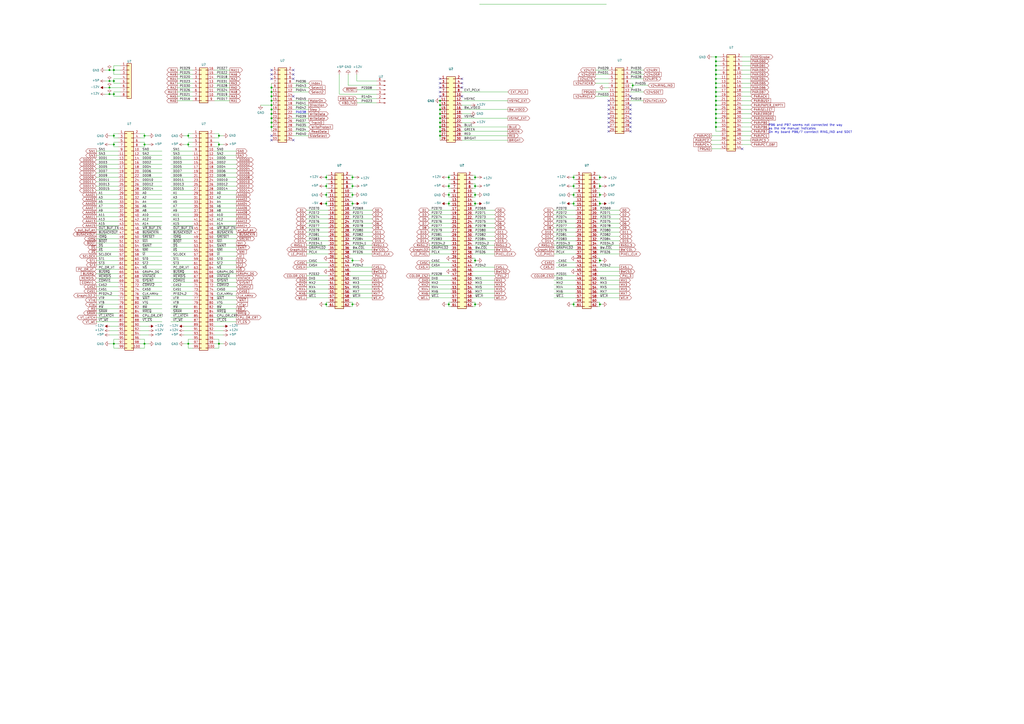
<source format=kicad_sch>
(kicad_sch (version 20220820) (generator eeschema)
  (paper "A2")
  (title_block (title "14 Connectors"))
  (junction (at 157.48 71.12))
  (junction (at 189.23 176.53))
  (junction (at 63.5 46.99))
  (junction (at 347.98 176.53))
  (junction (at 83.82 78.74))
  (junction (at 157.48 73.66))
  (junction (at 83.82 199.39))
  (junction (at 415.29 66.04))
  (junction (at 255.27 76.2))
  (junction (at 347.98 151.13))
  (junction (at 415.29 38.1))
  (junction (at 347.98 113.03))
  (junction (at 260.35 176.53))
  (junction (at 275.59 176.53))
  (junction (at 189.23 102.87))
  (junction (at 66.04 40.64))
  (junction (at 275.59 151.13))
  (junction (at 157.48 50.8))
  (junction (at 63.5 50.8))
  (junction (at 157.48 68.58))
  (junction (at 415.29 63.5))
  (junction (at 332.74 102.87))
  (junction (at 415.29 50.8))
  (junction (at 260.35 107.95))
  (junction (at 415.29 40.64))
  (junction (at 204.47 107.95))
  (junction (at 255.27 78.74))
  (junction (at 66.04 199.39))
  (junction (at 157.48 55.88))
  (junction (at 157.48 53.34))
  (junction (at 415.29 68.58))
  (junction (at 275.59 107.95))
  (junction (at 255.27 73.66))
  (junction (at 347.98 107.95))
  (junction (at 189.23 107.95))
  (junction (at 332.74 176.53))
  (junction (at 157.48 58.42))
  (junction (at 255.27 63.5))
  (junction (at 189.23 118.11))
  (junction (at 332.74 113.03))
  (junction (at 63.5 54.61))
  (junction (at 415.29 55.88))
  (junction (at 367.03 49.53))
  (junction (at 255.27 71.12))
  (junction (at 189.23 113.03))
  (junction (at 415.29 45.72))
  (junction (at 332.74 118.11))
  (junction (at 415.29 48.26))
  (junction (at 109.22 199.39))
  (junction (at 127 83.82))
  (junction (at 415.29 73.66))
  (junction (at 63.5 40.64))
  (junction (at 415.29 53.34))
  (junction (at 127 78.74))
  (junction (at 204.47 151.13))
  (junction (at 66.04 46.99))
  (junction (at 66.04 83.82))
  (junction (at 255.27 58.42))
  (junction (at 66.04 54.61))
  (junction (at 157.48 66.04))
  (junction (at 275.59 113.03))
  (junction (at 260.35 118.11))
  (junction (at 415.29 71.12))
  (junction (at 260.35 113.03))
  (junction (at 127 199.39))
  (junction (at 204.47 113.03))
  (junction (at 255.27 66.04))
  (junction (at 415.29 43.18))
  (junction (at 204.47 102.87))
  (junction (at 260.35 102.87))
  (junction (at 347.98 118.11))
  (junction (at 109.22 78.74))
  (junction (at 157.48 63.5))
  (junction (at 204.47 118.11))
  (junction (at 204.47 176.53))
  (junction (at 255.27 68.58))
  (junction (at 275.59 102.87))
  (junction (at 66.04 78.74))
  (junction (at 275.59 118.11))
  (junction (at 157.48 60.96))
  (junction (at 83.82 83.82))
  (junction (at 415.29 60.96))
  (junction (at 415.29 33.02))
  (junction (at 347.98 102.87))
  (junction (at 415.29 35.56))
  (junction (at 255.27 60.96))
  (junction (at 332.74 107.95))
  (junction (at 109.22 83.82))
  (junction (at 415.29 58.42))
  (no_connect (at 365.76 68.58))
  (no_connect (at 353.06 71.12))
  (no_connect (at 353.06 60.96))
  (no_connect (at 365.76 63.5))
  (no_connect (at 170.18 40.64))
  (no_connect (at 157.48 40.64))
  (no_connect (at 353.06 58.42))
  (no_connect (at 255.27 50.8))
  (no_connect (at 170.18 43.18))
  (no_connect (at 157.48 43.18))
  (no_connect (at 267.97 50.8))
  (no_connect (at 170.18 81.28))
  (no_connect (at 255.27 45.72))
  (no_connect (at 353.06 73.66))
  (no_connect (at 267.97 48.26))
  (no_connect (at 157.48 45.72))
  (no_connect (at 430.53 86.36))
  (no_connect (at 157.48 81.28))
  (no_connect (at 255.27 55.88))
  (no_connect (at 353.06 63.5))
  (no_connect (at 170.18 45.72))
  (no_connect (at 267.97 45.72))
  (no_connect (at 353.06 68.58))
  (no_connect (at 365.76 73.66))
  (no_connect (at 365.76 60.96))
  (no_connect (at 157.48 78.74))
  (no_connect (at 353.06 76.2))
  (no_connect (at 267.97 55.88))
  (no_connect (at 365.76 66.04))
  (no_connect (at 170.18 55.88))
  (no_connect (at 255.27 53.34))
  (no_connect (at 365.76 76.2))
  (no_connect (at 353.06 66.04))
  (no_connect (at 365.76 55.88))
  (no_connect (at 255.27 48.26))
  (no_connect (at 365.76 71.12))
  (wire (pts (xy 204.47 177.8) (xy 204.47 176.53)))
  (wire (pts (xy 68.58 201.93) (xy 66.04 201.93)))
  (wire (pts (xy 415.29 60.96) (xy 417.83 60.96)))
  (wire (pts (xy 55.88 173.99) (xy 68.58 173.99)))
  (wire (pts (xy 415.29 58.42) (xy 417.83 58.42)))
  (wire (pts (xy 203.2 177.8) (xy 204.47 177.8)))
  (wire (pts (xy 81.28 161.29) (xy 93.98 161.29)))
  (wire (pts (xy 204.47 101.6) (xy 203.2 101.6)))
  (wire (pts (xy 83.82 196.85) (xy 81.28 196.85)))
  (wire (pts (xy 203.2 114.3) (xy 204.47 114.3)))
  (wire (pts (xy 274.32 170.18) (xy 287.02 170.18)))
  (wire (pts (xy 83.82 85.09) (xy 83.82 83.82)))
  (wire (pts (xy 81.28 85.09) (xy 83.82 85.09)))
  (wire (pts (xy 99.06 163.83) (xy 111.76 163.83)))
  (wire (pts (xy 322.58 152.4) (xy 334.01 152.4)))
  (wire (pts (xy 99.06 107.95) (xy 111.76 107.95)))
  (wire (pts (xy 124.46 48.26) (xy 133.35 48.26)))
  (wire (pts (xy 81.28 80.01) (xy 83.82 80.01)))
  (wire (pts (xy 196.85 43.18) (xy 196.85 54.61)))
  (wire (pts (xy 109.22 77.47) (xy 111.76 77.47)))
  (wire (pts (xy 177.8 154.94) (xy 190.5 154.94)))
  (wire (pts (xy 275.59 113.03) (xy 275.59 111.76)))
  (wire (pts (xy 248.92 147.32) (xy 261.62 147.32)))
  (wire (pts (xy 267.97 81.28) (xy 294.64 81.28)))
  (wire (pts (xy 347.98 111.76) (xy 346.71 111.76)))
  (wire (pts (xy 260.35 118.11) (xy 260.35 116.84)))
  (wire (pts (xy 207.01 59.69) (xy 218.44 59.69)))
  (wire (pts (xy 203.2 167.64) (xy 215.9 167.64)))
  (wire (pts (xy 430.53 50.8) (xy 435.61 50.8)))
  (wire (pts (xy 170.18 71.12) (xy 179.07 71.12)))
  (wire (pts (xy 248.92 142.24) (xy 261.62 142.24)))
  (wire (pts (xy 124.46 110.49) (xy 137.16 110.49)))
  (wire (pts (xy 86.36 83.82) (xy 83.82 83.82)))
  (wire (pts (xy 129.54 191.77) (xy 124.46 191.77)))
  (wire (pts (xy 415.29 45.72) (xy 417.83 45.72)))
  (wire (pts (xy 60.96 40.64) (xy 63.5 40.64)))
  (wire (pts (xy 321.31 170.18) (xy 334.01 170.18)))
  (wire (pts (xy 189.23 118.11) (xy 189.23 116.84)))
  (wire (pts (xy 261.62 104.14) (xy 260.35 104.14)))
  (wire (pts (xy 124.46 146.05) (xy 137.16 146.05)))
  (wire (pts (xy 124.46 181.61) (xy 137.16 181.61)))
  (wire (pts (xy 124.46 133.35) (xy 137.16 133.35)))
  (wire (pts (xy 430.53 60.96) (xy 435.61 60.96)))
  (wire (pts (xy 83.82 80.01) (xy 83.82 78.74)))
  (wire (pts (xy 81.28 153.67) (xy 93.98 153.67)))
  (wire (pts (xy 99.06 171.45) (xy 111.76 171.45)))
  (wire (pts (xy 415.29 68.58) (xy 417.83 68.58)))
  (wire (pts (xy 274.32 149.86) (xy 275.59 149.86)))
  (wire (pts (xy 55.88 133.35) (xy 68.58 133.35)))
  (wire (pts (xy 124.46 184.15) (xy 137.16 184.15)))
  (wire (pts (xy 177.8 134.62) (xy 190.5 134.62)))
  (wire (pts (xy 415.29 66.04) (xy 417.83 66.04)))
  (wire (pts (xy 63.5 199.39) (xy 66.04 199.39)))
  (wire (pts (xy 66.04 85.09) (xy 66.04 83.82)))
  (wire (pts (xy 415.29 40.64) (xy 417.83 40.64)))
  (wire (pts (xy 203.2 124.46) (xy 215.9 124.46)))
  (wire (pts (xy 55.88 146.05) (xy 68.58 146.05)))
  (wire (pts (xy 275.59 151.13) (xy 275.59 152.4)))
  (wire (pts (xy 109.22 82.55) (xy 111.76 82.55)))
  (wire (pts (xy 66.04 53.34) (xy 66.04 54.61)))
  (wire (pts (xy 187.96 176.53) (xy 189.23 176.53)))
  (wire (pts (xy 81.28 107.95) (xy 93.98 107.95)))
  (wire (pts (xy 248.92 139.7) (xy 261.62 139.7)))
  (wire (pts (xy 157.48 48.26) (xy 157.48 50.8)))
  (wire (pts (xy 66.04 77.47) (xy 68.58 77.47)))
  (wire (pts (xy 124.46 95.25) (xy 137.16 95.25)))
  (wire (pts (xy 99.06 176.53) (xy 111.76 176.53)))
  (wire (pts (xy 124.46 158.75) (xy 137.16 158.75)))
  (wire (pts (xy 430.53 83.82) (xy 435.61 83.82)))
  (wire (pts (xy 274.32 177.8) (xy 275.59 177.8)))
  (wire (pts (xy 124.46 123.19) (xy 137.16 123.19)))
  (wire (pts (xy 177.8 167.64) (xy 190.5 167.64)))
  (wire (pts (xy 347.98 176.53) (xy 347.98 175.26)))
  (wire (pts (xy 102.87 53.34) (xy 111.76 53.34)))
  (wire (pts (xy 248.92 172.72) (xy 261.62 172.72)))
  (wire (pts (xy 66.04 80.01) (xy 66.04 78.74)))
  (wire (pts (xy 365.76 58.42) (xy 373.38 58.42)))
  (wire (pts (xy 55.88 138.43) (xy 68.58 138.43)))
  (wire (pts (xy 349.25 176.53) (xy 347.98 176.53)))
  (wire (pts (xy 415.29 43.18) (xy 415.29 45.72)))
  (wire (pts (xy 203.2 134.62) (xy 215.9 134.62)))
  (wire (pts (xy 203.2 172.72) (xy 215.9 172.72)))
  (wire (pts (xy 347.98 151.13) (xy 349.25 151.13)))
  (wire (pts (xy 81.28 120.65) (xy 93.98 120.65)))
  (wire (pts (xy 157.48 71.12) (xy 157.48 73.66)))
  (wire (pts (xy 346.71 147.32) (xy 359.41 147.32)))
  (wire (pts (xy 55.88 128.27) (xy 68.58 128.27)))
  (wire (pts (xy 55.88 140.97) (xy 68.58 140.97)))
  (wire (pts (xy 274.32 165.1) (xy 287.02 165.1)))
  (wire (pts (xy 124.46 163.83) (xy 137.16 163.83)))
  (wire (pts (xy 99.06 135.89) (xy 111.76 135.89)))
  (wire (pts (xy 81.28 179.07) (xy 93.98 179.07)))
  (wire (pts (xy 55.88 148.59) (xy 68.58 148.59)))
  (wire (pts (xy 321.31 165.1) (xy 334.01 165.1)))
  (wire (pts (xy 345.44 43.18) (xy 353.06 43.18)))
  (wire (pts (xy 261.62 109.22) (xy 260.35 109.22)))
  (wire (pts (xy 259.08 176.53) (xy 260.35 176.53)))
  (wire (pts (xy 260.35 114.3) (xy 260.35 113.03)))
  (wire (pts (xy 204.47 116.84) (xy 204.47 118.11)))
  (wire (pts (xy 207.01 57.15) (xy 218.44 57.15)))
  (wire (pts (xy 99.06 110.49) (xy 111.76 110.49)))
  (wire (pts (xy 129.54 189.23) (xy 124.46 189.23)))
  (wire (pts (xy 81.28 156.21) (xy 93.98 156.21)))
  (wire (pts (xy 260.35 175.26) (xy 261.62 175.26)))
  (wire (pts (xy 124.46 153.67) (xy 137.16 153.67)))
  (wire (pts (xy 99.06 140.97) (xy 111.76 140.97)))
  (wire (pts (xy 204.47 109.22) (xy 204.47 107.95)))
  (wire (pts (xy 83.82 77.47) (xy 81.28 77.47)))
  (wire (pts (xy 332.74 109.22) (xy 332.74 107.95)))
  (wire (pts (xy 274.32 129.54) (xy 287.02 129.54)))
  (wire (pts (xy 189.23 107.95) (xy 189.23 106.68)))
  (wire (pts (xy 63.5 54.61) (xy 66.04 54.61)))
  (wire (pts (xy 127 77.47) (xy 124.46 77.47)))
  (wire (pts (xy 349.25 107.95) (xy 347.98 107.95)))
  (wire (pts (xy 102.87 55.88) (xy 111.76 55.88)))
  (wire (pts (xy 260.35 176.53) (xy 260.35 175.26)))
  (wire (pts (xy 190.5 114.3) (xy 189.23 114.3)))
  (wire (pts (xy 346.71 139.7) (xy 359.41 139.7)))
  (wire (pts (xy 99.06 87.63) (xy 111.76 87.63)))
  (wire (pts (xy 124.46 55.88) (xy 133.35 55.88)))
  (wire (pts (xy 367.03 49.53) (xy 367.03 50.8)))
  (wire (pts (xy 203.2 127) (xy 215.9 127)))
  (wire (pts (xy 346.71 124.46) (xy 359.41 124.46)))
  (wire (pts (xy 203.2 119.38) (xy 204.47 119.38)))
  (wire (pts (xy 334.01 104.14) (xy 332.74 104.14)))
  (wire (pts (xy 55.88 163.83) (xy 68.58 163.83)))
  (wire (pts (xy 66.04 55.88) (xy 69.85 55.88)))
  (wire (pts (xy 345.44 55.88) (xy 353.06 55.88)))
  (wire (pts (xy 81.28 148.59) (xy 93.98 148.59)))
  (wire (pts (xy 412.75 78.74) (xy 417.83 78.74)))
  (wire (pts (xy 430.53 35.56) (xy 435.61 35.56)))
  (wire (pts (xy 99.06 102.87) (xy 111.76 102.87)))
  (wire (pts (xy 274.32 167.64) (xy 287.02 167.64)))
  (wire (pts (xy 109.22 80.01) (xy 109.22 78.74)))
  (wire (pts (xy 99.06 120.65) (xy 111.76 120.65)))
  (wire (pts (xy 430.53 68.58) (xy 435.61 68.58)))
  (wire (pts (xy 111.76 85.09) (xy 109.22 85.09)))
  (wire (pts (xy 334.01 119.38) (xy 332.74 119.38)))
  (wire (pts (xy 99.06 166.37) (xy 111.76 166.37)))
  (wire (pts (xy 124.46 138.43) (xy 137.16 138.43)))
  (wire (pts (xy 207.01 43.18) (xy 207.01 46.99)))
  (wire (pts (xy 102.87 40.64) (xy 111.76 40.64)))
  (wire (pts (xy 177.8 132.08) (xy 190.5 132.08)))
  (wire (pts (xy 177.8 139.7) (xy 190.5 139.7)))
  (wire (pts (xy 332.74 107.95) (xy 332.74 106.68)))
  (wire (pts (xy 332.74 101.6) (xy 334.01 101.6)))
  (wire (pts (xy 190.5 109.22) (xy 189.23 109.22)))
  (wire (pts (xy 415.29 45.72) (xy 415.29 48.26)))
  (wire (pts (xy 81.28 128.27) (xy 93.98 128.27)))
  (wire (pts (xy 81.28 171.45) (xy 93.98 171.45)))
  (wire (pts (xy 415.29 76.2) (xy 415.29 73.66)))
  (wire (pts (xy 81.28 113.03) (xy 93.98 113.03)))
  (wire (pts (xy 99.06 143.51) (xy 111.76 143.51)))
  (wire (pts (xy 274.32 139.7) (xy 287.02 139.7)))
  (wire (pts (xy 255.27 73.66) (xy 255.27 76.2)))
  (wire (pts (xy 430.53 43.18) (xy 435.61 43.18)))
  (wire (pts (xy 111.76 201.93) (xy 109.22 201.93)))
  (wire (pts (xy 124.46 113.03) (xy 137.16 113.03)))
  (wire (pts (xy 63.5 46.99) (xy 60.96 46.99)))
  (wire (pts (xy 275.59 176.53) (xy 275.59 175.26)))
  (wire (pts (xy 267.97 78.74) (xy 294.64 78.74)))
  (wire (pts (xy 321.31 129.54) (xy 334.01 129.54)))
  (wire (pts (xy 346.71 129.54) (xy 359.41 129.54)))
  (wire (pts (xy 55.88 153.67) (xy 68.58 153.67)))
  (wire (pts (xy 99.06 128.27) (xy 111.76 128.27)))
  (wire (pts (xy 321.31 142.24) (xy 334.01 142.24)))
  (wire (pts (xy 81.28 194.31) (xy 86.36 194.31)))
  (wire (pts (xy 124.46 80.01) (xy 127 80.01)))
  (wire (pts (xy 430.53 78.74) (xy 435.61 78.74)))
  (wire (pts (xy 275.59 102.87) (xy 275.59 101.6)))
  (wire (pts (xy 261.62 114.3) (xy 260.35 114.3)))
  (wire (pts (xy 347.98 116.84) (xy 347.98 118.11)))
  (wire (pts (xy 267.97 76.2) (xy 294.64 76.2)))
  (wire (pts (xy 346.71 167.64) (xy 359.41 167.64)))
  (wire (pts (xy 81.28 118.11) (xy 93.98 118.11)))
  (wire (pts (xy 255.27 63.5) (xy 255.27 66.04)))
  (wire (pts (xy 170.18 50.8) (xy 179.07 50.8)))
  (wire (pts (xy 124.46 120.65) (xy 137.16 120.65)))
  (wire (pts (xy 189.23 111.76) (xy 190.5 111.76)))
  (wire (pts (xy 415.29 38.1) (xy 415.29 40.64)))
  (wire (pts (xy 204.47 151.13) (xy 208.28 151.13)))
  (wire (pts (xy 124.46 140.97) (xy 137.16 140.97)))
  (wire (pts (xy 124.46 194.31) (xy 129.54 194.31)))
  (wire (pts (xy 189.23 119.38) (xy 189.23 118.11)))
  (wire (pts (xy 124.46 128.27) (xy 137.16 128.27)))
  (wire (pts (xy 260.35 111.76) (xy 261.62 111.76)))
  (wire (pts (xy 276.86 113.03) (xy 275.59 113.03)))
  (wire (pts (xy 430.53 45.72) (xy 435.61 45.72)))
  (wire (pts (xy 415.29 48.26) (xy 417.83 48.26)))
  (wire (pts (xy 55.88 171.45) (xy 68.58 171.45)))
  (wire (pts (xy 321.31 134.62) (xy 334.01 134.62)))
  (wire (pts (xy 201.93 49.53) (xy 218.44 49.53)))
  (wire (pts (xy 81.28 173.99) (xy 93.98 173.99)))
  (wire (pts (xy 60.96 50.8) (xy 63.5 50.8)))
  (wire (pts (xy 170.18 66.04) (xy 179.07 66.04)))
  (wire (pts (xy 267.97 63.5) (xy 294.64 63.5)))
  (wire (pts (xy 55.88 186.69) (xy 68.58 186.69)))
  (wire (pts (xy 207.01 52.07) (xy 218.44 52.07)))
  (wire (pts (xy 332.74 176.53) (xy 332.74 175.26)))
  (wire (pts (xy 260.35 107.95) (xy 260.35 106.68)))
  (wire (pts (xy 275.59 118.11) (xy 276.86 118.11)))
  (wire (pts (xy 248.92 170.18) (xy 261.62 170.18)))
  (wire (pts (xy 430.53 76.2) (xy 435.61 76.2)))
  (wire (pts (xy 347.98 151.13) (xy 347.98 152.4)))
  (wire (pts (xy 260.35 102.87) (xy 260.35 101.6)))
  (wire (pts (xy 415.29 35.56) (xy 415.29 38.1)))
  (wire (pts (xy 346.71 137.16) (xy 359.41 137.16)))
  (wire (pts (xy 55.88 130.81) (xy 68.58 130.81)))
  (wire (pts (xy 127 85.09) (xy 127 83.82)))
  (wire (pts (xy 106.68 199.39) (xy 109.22 199.39)))
  (wire (pts (xy 259.08 113.03) (xy 260.35 113.03)))
  (wire (pts (xy 177.8 127) (xy 190.5 127)))
  (wire (pts (xy 412.75 83.82) (xy 417.83 83.82)))
  (wire (pts (xy 157.48 68.58) (xy 157.48 71.12)))
  (wire (pts (xy 203.2 137.16) (xy 215.9 137.16)))
  (wire (pts (xy 83.82 78.74) (xy 83.82 77.47)))
  (wire (pts (xy 274.32 172.72) (xy 287.02 172.72)))
  (wire (pts (xy 255.27 68.58) (xy 255.27 71.12)))
  (wire (pts (xy 83.82 83.82) (xy 83.82 82.55)))
  (wire (pts (xy 347.98 177.8) (xy 347.98 176.53)))
  (wire (pts (xy 124.46 97.79) (xy 137.16 97.79)))
  (wire (pts (xy 347.98 104.14) (xy 347.98 102.87)))
  (wire (pts (xy 207.01 46.99) (xy 218.44 46.99)))
  (wire (pts (xy 127 82.55) (xy 124.46 82.55)))
  (wire (pts (xy 347.98 152.4) (xy 346.71 152.4)))
  (wire (pts (xy 81.28 125.73) (xy 93.98 125.73)))
  (wire (pts (xy 66.04 40.64) (xy 69.85 40.64)))
  (wire (pts (xy 275.59 104.14) (xy 275.59 102.87)))
  (wire (pts (xy 274.32 114.3) (xy 275.59 114.3)))
  (wire (pts (xy 346.71 160.02) (xy 359.41 160.02)))
  (wire (pts (xy 63.5 40.64) (xy 66.04 40.64)))
  (wire (pts (xy 81.28 97.79) (xy 93.98 97.79)))
  (wire (pts (xy 124.46 171.45) (xy 137.16 171.45)))
  (wire (pts (xy 415.29 63.5) (xy 415.29 66.04)))
  (wire (pts (xy 367.03 48.26) (xy 367.03 49.53)))
  (wire (pts (xy 177.8 124.46) (xy 190.5 124.46)))
  (wire (pts (xy 69.85 53.34) (xy 66.04 53.34)))
  (wire (pts (xy 204.47 118.11) (xy 204.47 119.38)))
  (wire (pts (xy 81.28 176.53) (xy 93.98 176.53)))
  (wire (pts (xy 248.92 127) (xy 261.62 127)))
  (wire (pts (xy 412.75 86.36) (xy 417.83 86.36)))
  (wire (pts (xy 275.59 116.84) (xy 275.59 118.11)))
  (wire (pts (xy 248.92 132.08) (xy 261.62 132.08)))
  (wire (pts (xy 260.35 119.38) (xy 260.35 118.11)))
  (wire (pts (xy 55.88 92.71) (xy 68.58 92.71)))
  (wire (pts (xy 332.74 116.84) (xy 334.01 116.84)))
  (wire (pts (xy 99.06 161.29) (xy 111.76 161.29)))
  (wire (pts (xy 81.28 95.25) (xy 93.98 95.25)))
  (wire (pts (xy 267.97 73.66) (xy 294.64 73.66)))
  (wire (pts (xy 124.46 85.09) (xy 127 85.09)))
  (wire (pts (xy 274.32 119.38) (xy 275.59 119.38)))
  (wire (pts (xy 157.48 58.42) (xy 157.48 60.96)))
  (wire (pts (xy 124.46 40.64) (xy 133.35 40.64)))
  (wire (pts (xy 346.71 149.86) (xy 347.98 149.86)))
  (wire (pts (xy 430.53 66.04) (xy 435.61 66.04)))
  (wire (pts (xy 204.47 151.13) (xy 204.47 152.4)))
  (wire (pts (xy 334.01 177.8) (xy 332.74 177.8)))
  (wire (pts (xy 99.06 90.17) (xy 111.76 90.17)))
  (wire (pts (xy 106.68 83.82) (xy 109.22 83.82)))
  (wire (pts (xy 275.59 149.86) (xy 275.59 151.13)))
  (wire (pts (xy 415.29 43.18) (xy 417.83 43.18)))
  (wire (pts (xy 205.74 102.87) (xy 204.47 102.87)))
  (wire (pts (xy 353.06 45.72) (xy 345.44 45.72)))
  (wire (pts (xy 275.59 116.84) (xy 274.32 116.84)))
  (wire (pts (xy 124.46 201.93) (xy 127 201.93)))
  (wire (pts (xy 267.97 66.04) (xy 273.05 66.04)))
  (wire (pts (xy 260.35 104.14) (xy 260.35 102.87)))
  (wire (pts (xy 203.2 160.02) (xy 215.9 160.02)))
  (wire (pts (xy 83.82 199.39) (xy 81.28 199.39)))
  (wire (pts (xy 203.2 162.56) (xy 215.9 162.56)))
  (wire (pts (xy 189.23 109.22) (xy 189.23 107.95)))
  (wire (pts (xy 415.29 53.34) (xy 417.83 53.34)))
  (wire (pts (xy 259.08 118.11) (xy 260.35 118.11)))
  (wire (pts (xy 276.86 107.95) (xy 275.59 107.95)))
  (wire (pts (xy 248.92 154.94) (xy 261.62 154.94)))
  (wire (pts (xy 177.8 172.72) (xy 190.5 172.72)))
  (wire (pts (xy 69.85 45.72) (xy 66.04 45.72)))
  (wire (pts (xy 275.59 101.6) (xy 274.32 101.6)))
  (wire (pts (xy 346.71 121.92) (xy 359.41 121.92)))
  (wire (pts (xy 332.74 113.03) (xy 332.74 111.76)))
  (wire (pts (xy 106.68 194.31) (xy 111.76 194.31)))
  (wire (pts (xy 203.2 144.78) (xy 215.9 144.78)))
  (wire (pts (xy 124.46 87.63) (xy 137.16 87.63)))
  (wire (pts (xy 124.46 156.21) (xy 137.16 156.21)))
  (wire (pts (xy 124.46 179.07) (xy 137.16 179.07)))
  (wire (pts (xy 63.5 189.23) (xy 68.58 189.23)))
  (wire (pts (xy 248.92 134.62) (xy 261.62 134.62)))
  (wire (pts (xy 430.53 55.88) (xy 435.61 55.88)))
  (wire (pts (xy 430.53 33.02) (xy 435.61 33.02)))
  (wire (pts (xy 275.59 111.76) (xy 274.32 111.76)))
  (wire (pts (xy 260.35 101.6) (xy 261.62 101.6)))
  (wire (pts (xy 203.2 121.92) (xy 215.9 121.92)))
  (wire (pts (xy 415.29 50.8) (xy 415.29 53.34)))
  (wire (pts (xy 124.46 143.51) (xy 137.16 143.51)))
  (wire (pts (xy 99.06 184.15) (xy 111.76 184.15)))
  (wire (pts (xy 203.2 165.1) (xy 215.9 165.1)))
  (wire (pts (xy 274.32 144.78) (xy 287.02 144.78)))
  (wire (pts (xy 177.8 144.78) (xy 190.5 144.78)))
  (wire (pts (xy 255.27 78.74) (xy 255.27 81.28)))
  (wire (pts (xy 99.06 100.33) (xy 111.76 100.33)))
  (wire (pts (xy 86.36 78.74) (xy 83.82 78.74)))
  (wire (pts (xy 55.88 151.13) (xy 68.58 151.13)))
  (wire (pts (xy 346.71 154.94) (xy 359.41 154.94)))
  (wire (pts (xy 365.76 45.72) (xy 373.38 45.72)))
  (wire (pts (xy 99.06 181.61) (xy 111.76 181.61)))
  (wire (pts (xy 55.88 135.89) (xy 68.58 135.89)))
  (wire (pts (xy 66.04 54.61) (xy 66.04 55.88)))
  (wire (pts (xy 63.5 194.31) (xy 68.58 194.31)))
  (wire (pts (xy 124.46 168.91) (xy 137.16 168.91)))
  (wire (pts (xy 55.88 90.17) (xy 68.58 90.17)))
  (wire (pts (xy 248.92 121.92) (xy 261.62 121.92)))
  (wire (pts (xy 321.31 172.72) (xy 334.01 172.72)))
  (wire (pts (xy 127 83.82) (xy 127 82.55)))
  (wire (pts (xy 415.29 73.66) (xy 417.83 73.66)))
  (wire (pts (xy 261.62 177.8) (xy 260.35 177.8)))
  (wire (pts (xy 204.47 114.3) (xy 204.47 113.03)))
  (wire (pts (xy 203.2 154.94) (xy 215.9 154.94)))
  (wire (pts (xy 124.46 102.87) (xy 137.16 102.87)))
  (wire (pts (xy 170.18 73.66) (xy 179.07 73.66)))
  (wire (pts (xy 157.48 55.88) (xy 157.48 58.42)))
  (wire (pts (xy 430.53 71.12) (xy 435.61 71.12)))
  (wire (pts (xy 187.96 102.87) (xy 189.23 102.87)))
  (wire (pts (xy 170.18 53.34) (xy 179.07 53.34)))
  (wire (pts (xy 63.5 50.8) (xy 69.85 50.8)))
  (wire (pts (xy 332.74 119.38) (xy 332.74 118.11)))
  (wire (pts (xy 55.88 120.65) (xy 68.58 120.65)))
  (wire (pts (xy 261.62 119.38) (xy 260.35 119.38)))
  (wire (pts (xy 347.98 107.95) (xy 347.98 106.68)))
  (wire (pts (xy 267.97 58.42) (xy 294.64 58.42)))
  (wire (pts (xy 66.04 40.64) (xy 66.04 38.1)))
  (wire (pts (xy 203.2 104.14) (xy 204.47 104.14)))
  (wire (pts (xy 415.29 63.5) (xy 417.83 63.5)))
  (wire (pts (xy 321.31 144.78) (xy 334.01 144.78)))
  (wire (pts (xy 248.92 137.16) (xy 261.62 137.16)))
  (wire (pts (xy 177.8 147.32) (xy 190.5 147.32)))
  (wire (pts (xy 415.29 68.58) (xy 415.29 71.12)))
  (wire (pts (xy 260.35 106.68) (xy 261.62 106.68)))
  (wire (pts (xy 415.29 66.04) (xy 415.29 68.58)))
  (wire (pts (xy 99.06 151.13) (xy 111.76 151.13)))
  (wire (pts (xy 260.35 177.8) (xy 260.35 176.53)))
  (wire (pts (xy 81.28 102.87) (xy 93.98 102.87)))
  (wire (pts (xy 189.23 116.84) (xy 190.5 116.84)))
  (wire (pts (xy 124.46 135.89) (xy 137.16 135.89)))
  (wire (pts (xy 255.27 71.12) (xy 255.27 73.66)))
  (wire (pts (xy 99.06 146.05) (xy 111.76 146.05)))
  (wire (pts (xy 415.29 48.26) (xy 415.29 50.8)))
  (wire (pts (xy 129.54 199.39) (xy 127 199.39)))
  (wire (pts (xy 275.59 175.26) (xy 274.32 175.26)))
  (wire (pts (xy 346.71 165.1) (xy 359.41 165.1)))
  (wire (pts (xy 274.32 157.48) (xy 287.02 157.48)))
  (wire (pts (xy 332.74 111.76) (xy 334.01 111.76)))
  (wire (pts (xy 190.5 104.14) (xy 189.23 104.14)))
  (wire (pts (xy 430.53 63.5) (xy 435.61 63.5)))
  (wire (pts (xy 365.76 43.18) (xy 373.38 43.18)))
  (wire (pts (xy 321.31 147.32) (xy 334.01 147.32)))
  (wire (pts (xy 109.22 199.39) (xy 111.76 199.39)))
  (wire (pts (xy 274.32 162.56) (xy 287.02 162.56)))
  (wire (pts (xy 346.71 177.8) (xy 347.98 177.8)))
  (wire (pts (xy 189.23 175.26) (xy 189.23 176.53)))
  (wire (pts (xy 102.87 50.8) (xy 111.76 50.8)))
  (wire (pts (xy 346.71 142.24) (xy 359.41 142.24)))
  (wire (pts (xy 334.01 114.3) (xy 332.74 114.3)))
  (wire (pts (xy 81.28 110.49) (xy 93.98 110.49)))
  (wire (pts (xy 189.23 176.53) (xy 189.23 177.8)))
  (wire (pts (xy 430.53 73.66) (xy 435.61 73.66)))
  (wire (pts (xy 170.18 76.2) (xy 179.07 76.2)))
  (wire (pts (xy 189.23 114.3) (xy 189.23 113.03)))
  (wire (pts (xy 347.98 118.11) (xy 349.25 118.11)))
  (wire (pts (xy 430.53 53.34) (xy 435.61 53.34)))
  (wire (pts (xy 99.06 186.69) (xy 111.76 186.69)))
  (wire (pts (xy 124.46 161.29) (xy 137.16 161.29)))
  (wire (pts (xy 60.96 54.61) (xy 63.5 54.61)))
  (wire (pts (xy 332.74 175.26) (xy 334.01 175.26)))
  (wire (pts (xy 124.46 151.13) (xy 137.16 151.13)))
  (wire (pts (xy 412.75 33.02) (xy 415.29 33.02)))
  (wire (pts (xy 190.5 119.38) (xy 189.23 119.38)))
  (wire (pts (xy 275.59 118.11) (xy 275.59 119.38)))
  (wire (pts (xy 109.22 196.85) (xy 111.76 196.85)))
  (wire (pts (xy 204.47 175.26) (xy 203.2 175.26)))
  (wire (pts (xy 275.59 151.13) (xy 276.86 151.13)))
  (wire (pts (xy 177.8 170.18) (xy 190.5 170.18)))
  (wire (pts (xy 430.53 58.42) (xy 435.61 58.42)))
  (wire (pts (xy 255.27 58.42) (xy 255.27 60.96)))
  (wire (pts (xy 99.06 148.59) (xy 111.76 148.59)))
  (wire (pts (xy 81.28 115.57) (xy 93.98 115.57)))
  (wire (pts (xy 127 78.74) (xy 127 77.47)))
  (wire (pts (xy 63.5 83.82) (xy 66.04 83.82)))
  (wire (pts (xy 177.8 121.92) (xy 190.5 121.92)))
  (wire (pts (xy 346.71 170.18) (xy 359.41 170.18)))
  (wire (pts (xy 127 199.39) (xy 127 201.93)))
  (wire (pts (xy 109.22 85.09) (xy 109.22 83.82)))
  (wire (pts (xy 99.06 158.75) (xy 111.76 158.75)))
  (wire (pts (xy 321.31 132.08) (xy 334.01 132.08)))
  (wire (pts (xy 55.88 156.21) (xy 68.58 156.21)))
  (wire (pts (xy 346.71 134.62) (xy 359.41 134.62)))
  (wire (pts (xy 248.92 129.54) (xy 261.62 129.54)))
  (wire (pts (xy 367.03 50.8) (xy 365.76 50.8)))
  (wire (pts (xy 260.35 109.22) (xy 260.35 107.95)))
  (wire (pts (xy 346.71 109.22) (xy 347.98 109.22)))
  (wire (pts (xy 81.28 151.13) (xy 93.98 151.13)))
  (wire (pts (xy 346.71 114.3) (xy 347.98 114.3)))
  (wire (pts (xy 124.46 176.53) (xy 137.16 176.53)))
  (wire (pts (xy 55.88 113.03) (xy 68.58 113.03)))
  (wire (pts (xy 127 199.39) (xy 124.46 199.39)))
  (wire (pts (xy 248.92 160.02) (xy 261.62 160.02)))
  (wire (pts (xy 99.06 95.25) (xy 111.76 95.25)))
  (wire (pts (xy 276.86 102.87) (xy 275.59 102.87)))
  (wire (pts (xy 196.85 54.61) (xy 218.44 54.61)))
  (wire (pts (xy 415.29 58.42) (xy 415.29 60.96)))
  (wire (pts (xy 347.98 102.87) (xy 347.98 101.6)))
  (wire (pts (xy 189.23 175.26) (xy 190.5 175.26)))
  (wire (pts (xy 106.68 191.77) (xy 111.76 191.77)))
  (wire (pts (xy 66.04 38.1) (xy 69.85 38.1)))
  (wire (pts (xy 55.88 176.53) (xy 68.58 176.53)))
  (wire (pts (xy 124.46 100.33) (xy 137.16 100.33)))
  (wire (pts (xy 102.87 58.42) (xy 111.76 58.42)))
  (wire (pts (xy 274.32 137.16) (xy 287.02 137.16)))
  (wire (pts (xy 66.04 78.74) (xy 66.04 77.47)))
  (wire (pts (xy 170.18 63.5) (xy 179.07 63.5)))
  (wire (pts (xy 415.29 38.1) (xy 417.83 38.1)))
  (wire (pts (xy 331.47 113.03) (xy 332.74 113.03)))
  (wire (pts (xy 347.98 149.86) (xy 347.98 151.13)))
  (wire (pts (xy 346.71 157.48) (xy 359.41 157.48)))
  (wire (pts (xy 417.83 33.02) (xy 415.29 33.02)))
  (wire (pts (xy 109.22 78.74) (xy 109.22 77.47)))
  (wire (pts (xy 347.98 116.84) (xy 346.71 116.84)))
  (wire (pts (xy 81.28 140.97) (xy 93.98 140.97)))
  (wire (pts (xy 346.71 104.14) (xy 347.98 104.14)))
  (wire (pts (xy 248.92 152.4) (xy 261.62 152.4)))
  (wire (pts (xy 345.44 53.34) (xy 353.06 53.34)))
  (wire (pts (xy 124.46 130.81) (xy 137.16 130.81)))
  (wire (pts (xy 81.28 100.33) (xy 93.98 100.33)))
  (wire (pts (xy 203.2 142.24) (xy 215.9 142.24)))
  (wire (pts (xy 415.29 40.64) (xy 415.29 43.18)))
  (wire (pts (xy 124.46 118.11) (xy 137.16 118.11)))
  (wire (pts (xy 321.31 162.56) (xy 334.01 162.56)))
  (wire (pts (xy 204.47 116.84) (xy 203.2 116.84)))
  (wire (pts (xy 353.06 48.26) (xy 345.44 48.26)))
  (wire (pts (xy 177.8 152.4) (xy 190.5 152.4)))
  (wire (pts (xy 417.83 76.2) (xy 415.29 76.2)))
  (wire (pts (xy 331.47 107.95) (xy 332.74 107.95)))
  (wire (pts (xy 55.88 115.57) (xy 68.58 115.57)))
  (wire (pts (xy 170.18 60.96) (xy 179.07 60.96)))
  (wire (pts (xy 99.06 130.81) (xy 111.76 130.81)))
  (wire (pts (xy 68.58 80.01) (xy 66.04 80.01)))
  (wire (pts (xy 365.76 40.64) (xy 373.38 40.64)))
  (wire (pts (xy 81.28 135.89) (xy 93.98 135.89)))
  (wire (pts (xy 204.47 113.03) (xy 204.47 111.76)))
  (wire (pts (xy 203.2 170.18) (xy 215.9 170.18)))
  (wire (pts (xy 55.88 95.25) (xy 68.58 95.25)))
  (wire (pts (xy 189.23 102.87) (xy 189.23 101.6)))
  (wire (pts (xy 81.28 105.41) (xy 93.98 105.41)))
  (wire (pts (xy 157.48 66.04) (xy 157.48 68.58)))
  (wire (pts (xy 255.27 66.04) (xy 255.27 68.58)))
  (wire (pts (xy 260.35 116.84) (xy 261.62 116.84)))
  (wire (pts (xy 170.18 78.74) (xy 179.07 78.74)))
  (wire (pts (xy 99.06 118.11) (xy 111.76 118.11)))
  (wire (pts (xy 81.28 133.35) (xy 93.98 133.35)))
  (wire (pts (xy 203.2 139.7) (xy 215.9 139.7)))
  (wire (pts (xy 205.74 107.95) (xy 204.47 107.95)))
  (wire (pts (xy 127 199.39) (xy 127 196.85)))
  (wire (pts (xy 81.28 184.15) (xy 93.98 184.15)))
  (wire (pts (xy 63.5 78.74) (xy 66.04 78.74)))
  (wire (pts (xy 204.47 149.86) (xy 204.47 151.13)))
  (wire (pts (xy 99.06 113.03) (xy 111.76 113.03)))
  (wire (pts (xy 99.06 173.99) (xy 111.76 173.99)))
  (wire (pts (xy 267.97 68.58) (xy 294.64 68.58)))
  (wire (pts (xy 81.28 163.83) (xy 93.98 163.83)))
  (wire (pts (xy 248.92 144.78) (xy 261.62 144.78)))
  (wire (pts (xy 347.98 118.11) (xy 347.98 119.38)))
  (wire (pts (xy 99.06 179.07) (xy 111.76 179.07)))
  (wire (pts (xy 189.23 113.03) (xy 189.23 111.76)))
  (wire (pts (xy 86.36 199.39) (xy 83.82 199.39)))
  (wire (pts (xy 55.88 102.87) (xy 68.58 102.87)))
  (wire (pts (xy 102.87 43.18) (xy 111.76 43.18)))
  (wire (pts (xy 86.36 191.77) (xy 81.28 191.77)))
  (wire (pts (xy 259.08 102.87) (xy 260.35 102.87)))
  (wire (pts (xy 415.29 55.88) (xy 417.83 55.88)))
  (wire (pts (xy 204.47 104.14) (xy 204.47 102.87)))
  (wire (pts (xy 274.32 160.02) (xy 287.02 160.02)))
  (wire (pts (xy 274.32 147.32) (xy 287.02 147.32)))
  (wire (pts (xy 66.04 199.39) (xy 68.58 199.39)))
  (wire (pts (xy 347.98 109.22) (xy 347.98 107.95)))
  (wire (pts (xy 275.59 177.8) (xy 275.59 176.53)))
  (wire (pts (xy 99.06 105.41) (xy 111.76 105.41)))
  (wire (pts (xy 275.59 114.3) (xy 275.59 113.03)))
  (wire (pts (xy 275.59 106.68) (xy 274.32 106.68)))
  (wire (pts (xy 86.36 189.23) (xy 81.28 189.23)))
  (wire (pts (xy 248.92 165.1) (xy 261.62 165.1)))
  (wire (pts (xy 203.2 109.22) (xy 204.47 109.22)))
  (wire (pts (xy 177.8 129.54) (xy 190.5 129.54)))
  (wire (pts (xy 124.46 115.57) (xy 137.16 115.57)))
  (wire (pts (xy 259.08 107.95) (xy 260.35 107.95)))
  (wire (pts (xy 66.04 199.39) (xy 66.04 201.93)))
  (wire (pts (xy 124.46 125.73) (xy 137.16 125.73)))
  (wire (pts (xy 189.23 104.14) (xy 189.23 102.87)))
  (wire (pts (xy 347.98 101.6) (xy 346.71 101.6)))
  (wire (pts (xy 177.8 162.56) (xy 190.5 162.56)))
  (wire (pts (xy 321.31 160.02) (xy 334.01 160.02)))
  (wire (pts (xy 124.46 50.8) (xy 133.35 50.8)))
  (wire (pts (xy 124.46 53.34) (xy 133.35 53.34)))
  (wire (pts (xy 66.04 43.18) (xy 69.85 43.18)))
  (wire (pts (xy 124.46 90.17) (xy 137.16 90.17)))
  (wire (pts (xy 99.06 138.43) (xy 111.76 138.43)))
  (wire (pts (xy 190.5 177.8) (xy 189.23 177.8)))
  (wire (pts (xy 124.46 43.18) (xy 133.35 43.18)))
  (wire (pts (xy 83.82 82.55) (xy 81.28 82.55)))
  (wire (pts (xy 55.88 118.11) (xy 68.58 118.11)))
  (wire (pts (xy 332.74 118.11) (xy 332.74 116.84)))
  (wire (pts (xy 430.53 48.26) (xy 435.61 48.26)))
  (wire (pts (xy 332.74 102.87) (xy 332.74 101.6)))
  (wire (pts (xy 68.58 85.09) (xy 66.04 85.09)))
  (wire (pts (xy 127 196.85) (xy 124.46 196.85)))
  (wire (pts (xy 415.29 53.34) (xy 415.29 55.88)))
  (wire (pts (xy 267.97 53.34) (xy 294.64 53.34)))
  (wire (pts (xy 111.76 80.01) (xy 109.22 80.01)))
  (wire (pts (xy 321.31 139.7) (xy 334.01 139.7)))
  (wire (pts (xy 204.47 107.95) (xy 204.47 106.68)))
  (wire (pts (xy 63.5 191.77) (xy 68.58 191.77)))
  (wire (pts (xy 321.31 124.46) (xy 334.01 124.46)))
  (wire (pts (xy 430.53 81.28) (xy 435.61 81.28)))
  (wire (pts (xy 255.27 60.96) (xy 255.27 63.5)))
  (wire (pts (xy 415.29 55.88) (xy 415.29 58.42)))
  (wire (pts (xy 321.31 167.64) (xy 334.01 167.64)))
  (wire (pts (xy 412.75 81.28) (xy 417.83 81.28)))
  (wire (pts (xy 55.88 123.19) (xy 68.58 123.19)))
  (wire (pts (xy 55.88 158.75) (xy 68.58 158.75)))
  (wire (pts (xy 345.44 40.64) (xy 353.06 40.64)))
  (wire (pts (xy 55.88 97.79) (xy 68.58 97.79)))
  (wire (pts (xy 99.06 115.57) (xy 111.76 115.57)))
  (wire (pts (xy 66.04 196.85) (xy 68.58 196.85)))
  (wire (pts (xy 415.29 71.12) (xy 415.29 73.66)))
  (wire (pts (xy 201.93 43.18) (xy 201.93 49.53)))
  (wire (pts (xy 332.74 104.14) (xy 332.74 102.87)))
  (wire (pts (xy 332.74 106.68) (xy 334.01 106.68)))
  (wire (pts (xy 66.04 40.64) (xy 66.04 43.18)))
  (wire (pts (xy 274.32 124.46) (xy 287.02 124.46)))
  (wire (pts (xy 321.31 121.92) (xy 334.01 121.92)))
  (wire (pts (xy 273.05 71.12) (xy 267.97 71.12)))
  (wire (pts (xy 81.28 87.63) (xy 93.98 87.63)))
  (wire (pts (xy 124.46 45.72) (xy 133.35 45.72)))
  (wire (pts (xy 275.59 152.4) (xy 274.32 152.4)))
  (wire (pts (xy 351.79 2.54) (xy 278.13 2.54)))
  (wire (pts (xy 177.8 165.1) (xy 190.5 165.1)))
  (wire (pts (xy 55.88 110.49) (xy 68.58 110.49)))
  (wire (pts (xy 81.28 166.37) (xy 93.98 166.37)))
  (wire (pts (xy 55.88 184.15) (xy 68.58 184.15)))
  (wire (pts (xy 157.48 60.96) (xy 157.48 63.5)))
  (wire (pts (xy 367.03 49.53) (xy 375.92 49.53)))
  (wire (pts (xy 102.87 45.72) (xy 111.76 45.72)))
  (wire (pts (xy 203.2 157.48) (xy 215.9 157.48)))
  (wire (pts (xy 347.98 113.03) (xy 347.98 111.76)))
  (wire (pts (xy 170.18 48.26) (xy 179.07 48.26)))
  (wire (pts (xy 347.98 175.26) (xy 346.71 175.26)))
  (wire (pts (xy 124.46 173.99) (xy 137.16 173.99)))
  (wire (pts (xy 347.98 106.68) (xy 346.71 106.68)))
  (wire (pts (xy 81.28 201.93) (xy 83.82 201.93)))
  (wire (pts (xy 274.32 127) (xy 287.02 127)))
  (wire (pts (xy 346.71 119.38) (xy 347.98 119.38)))
  (wire (pts (xy 81.28 138.43) (xy 93.98 138.43)))
  (wire (pts (xy 415.29 35.56) (xy 417.83 35.56)))
  (wire (pts (xy 204.47 106.68) (xy 203.2 106.68)))
  (wire (pts (xy 109.22 199.39) (xy 109.22 196.85)))
  (wire (pts (xy 248.92 162.56) (xy 261.62 162.56)))
  (wire (pts (xy 55.88 143.51) (xy 68.58 143.51)))
  (wire (pts (xy 106.68 189.23) (xy 111.76 189.23)))
  (wire (pts (xy 99.06 125.73) (xy 111.76 125.73)))
  (wire (pts (xy 157.48 50.8) (xy 157.48 53.34)))
  (wire (pts (xy 274.32 104.14) (xy 275.59 104.14)))
  (wire (pts (xy 81.28 90.17) (xy 93.98 90.17)))
  (wire (pts (xy 273.05 60.96) (xy 267.97 60.96)))
  (wire (pts (xy 55.88 161.29) (xy 68.58 161.29)))
  (wire (pts (xy 255.27 76.2) (xy 255.27 78.74)))
  (wire (pts (xy 274.32 134.62) (xy 287.02 134.62)))
  (wire (pts (xy 170.18 58.42) (xy 179.07 58.42)))
  (wire (pts (xy 415.29 50.8) (xy 417.83 50.8)))
  (wire (pts (xy 365.76 48.26) (xy 367.03 48.26)))
  (wire (pts (xy 332.74 114.3) (xy 332.74 113.03)))
  (wire (pts (xy 187.96 118.11) (xy 189.23 118.11)))
  (wire (pts (xy 55.88 166.37) (xy 68.58 166.37)))
  (wire (pts (xy 81.28 92.71) (xy 93.98 92.71)))
  (wire (pts (xy 151.13 60.96) (xy 157.48 60.96)))
  (wire (pts (xy 81.28 168.91) (xy 93.98 168.91)))
  (wire (pts (xy 124.46 92.71) (xy 137.16 92.71)))
  (wire (pts (xy 127 80.01) (xy 127 78.74)))
  (wire (pts (xy 248.92 167.64) (xy 261.62 167.64)))
  (wire (pts (xy 129.54 83.82) (xy 127 83.82)))
  (wire (pts (xy 189.23 101.6) (xy 190.5 101.6)))
  (wire (pts (xy 248.92 124.46) (xy 261.62 124.46)))
  (wire (pts (xy 177.8 142.24) (xy 190.5 142.24)))
  (wire (pts (xy 124.46 58.42) (xy 133.35 58.42)))
  (wire (pts (xy 55.88 107.95) (xy 68.58 107.95)))
  (wire (pts (xy 204.47 176.53) (xy 204.47 175.26)))
  (wire (pts (xy 204.47 111.76) (xy 203.2 111.76)))
  (wire (pts (xy 349.25 113.03) (xy 347.98 113.03)))
  (wire (pts (xy 109.22 83.82) (xy 109.22 82.55)))
  (wire (pts (xy 322.58 154.94) (xy 334.01 154.94)))
  (wire (pts (xy 346.71 132.08) (xy 359.41 132.08)))
  (wire (pts (xy 99.06 92.71) (xy 111.76 92.71)))
  (wire (pts (xy 430.53 40.64) (xy 435.61 40.64)))
  (wire (pts (xy 99.06 153.67) (xy 111.76 153.67)))
  (wire (pts (xy 187.96 107.95) (xy 189.23 107.95)))
  (wire (pts (xy 415.29 33.02) (xy 415.29 35.56)))
  (wire (pts (xy 102.87 48.26) (xy 111.76 48.26)))
  (wire (pts (xy 331.47 118.11) (xy 332.74 118.11)))
  (wire (pts (xy 275.59 109.22) (xy 275.59 107.95)))
  (wire (pts (xy 55.88 181.61) (xy 68.58 181.61)))
  (wire (pts (xy 430.53 38.1) (xy 435.61 38.1)))
  (wire (pts (xy 66.04 46.99) (xy 63.5 46.99)))
  (wire (pts (xy 204.47 152.4) (xy 203.2 152.4)))
  (wire (pts (xy 55.88 168.91) (xy 68.58 168.91)))
  (wire (pts (xy 55.88 125.73) (xy 68.58 125.73)))
  (wire (pts (xy 203.2 149.86) (xy 204.47 149.86)))
  (wire (pts (xy 66.04 46.99) (xy 66.04 48.26)))
  (wire (pts (xy 129.54 78.74) (xy 127 78.74)))
  (wire (pts (xy 334.01 109.22) (xy 332.74 109.22)))
  (wire (pts (xy 276.86 176.53) (xy 275.59 176.53)))
  (wire (pts (xy 346.71 162.56) (xy 359.41 162.56)))
  (wire (pts (xy 177.8 160.02) (xy 190.5 160.02)))
  (wire (pts (xy 274.32 132.08) (xy 287.02 132.08)))
  (wire (pts (xy 157.48 63.5) (xy 157.48 66.04)))
  (wire (pts (xy 124.46 148.59) (xy 137.16 148.59)))
  (wire (pts (xy 203.2 129.54) (xy 215.9 129.54)))
  (wire (pts (xy 346.71 172.72) (xy 359.41 172.72)))
  (wire (pts (xy 124.46 107.95) (xy 137.16 107.95)))
  (wire (pts (xy 349.25 102.87) (xy 347.98 102.87)))
  (wire (pts (xy 205.74 113.03) (xy 204.47 113.03)))
  (wire (pts (xy 157.48 53.34) (xy 157.48 55.88)))
  (wire (pts (xy 204.47 102.87) (xy 204.47 101.6)))
  (wire (pts (xy 55.88 105.41) (xy 68.58 105.41)))
  (wire (pts (xy 81.28 186.69) (xy 93.98 186.69)))
  (wire (pts (xy 99.06 133.35) (xy 111.76 133.35)))
  (wire (pts (xy 415.29 71.12) (xy 417.83 71.12)))
  (wire (pts (xy 415.29 60.96) (xy 415.29 63.5)))
  (wire (pts (xy 331.47 176.53) (xy 332.74 176.53)))
  (wire (pts (xy 124.46 105.41) (xy 137.16 105.41)))
  (wire (pts (xy 81.28 130.81) (xy 93.98 130.81)))
  (wire (pts (xy 321.31 127) (xy 334.01 127)))
  (wire (pts (xy 274.32 121.92) (xy 287.02 121.92)))
  (wire (pts (xy 81.28 143.51) (xy 93.98 143.51)))
  (wire (pts (xy 204.47 118.11) (xy 205.74 118.11)))
  (wire (pts (xy 109.22 199.39) (xy 109.22 201.93)))
  (wire (pts (xy 189.23 106.68) (xy 190.5 106.68)))
  (wire (pts (xy 81.28 123.19) (xy 93.98 123.19)))
  (wire (pts (xy 203.2 147.32) (xy 215.9 147.32)))
  (wire (pts (xy 187.96 113.03) (xy 189.23 113.03)))
  (wire (pts (xy 83.82 199.39) (xy 83.82 196.85)))
  (wire (pts (xy 83.82 199.39) (xy 83.82 201.93)))
  (wire (pts (xy 350.52 50.8) (xy 353.06 50.8)))
  (wire (pts (xy 274.32 142.24) (xy 287.02 142.24)))
  (wire (pts (xy 321.31 137.16) (xy 334.01 137.16)))
  (wire (pts (xy 124.46 186.69) (xy 137.16 186.69)))
  (wire (pts (xy 81.28 158.75) (xy 93.98 158.75)))
  (wire (pts (xy 157.48 73.66) (xy 157.48 76.2)))
  (wire (pts (xy 260.35 113.03) (xy 260.35 111.76)))
  (wire (pts (xy 106.68 78.74) (xy 109.22 78.74)))
  (wire (pts (xy 203.2 132.08) (xy 215.9 132.08)))
  (wire (pts (xy 274.32 154.94) (xy 287.02 154.94)))
  (wire (pts (xy 346.71 127) (xy 359.41 127)))
  (wire (pts (xy 66.04 82.55) (xy 68.58 82.55)))
  (wire (pts (xy 66.04 48.26) (xy 69.85 48.26)))
  (wire (pts (xy 124.46 166.37) (xy 137.16 166.37)))
  (wire (pts (xy 332.74 177.8) (xy 332.74 176.53)))
  (wire (pts (xy 365.76 53.34) (xy 373.38 53.34)))
  (wire (pts (xy 177.8 137.16) (xy 190.5 137.16)))
  (wire (pts (xy 346.71 144.78) (xy 359.41 144.78)))
  (wire (pts (xy 55.88 100.33) (xy 68.58 100.33)))
  (wire (pts (xy 99.06 156.21) (xy 111.76 156.21)))
  (wire (pts (xy 275.59 107.95) (xy 275.59 106.68)))
  (wire (pts (xy 347.98 114.3) (xy 347.98 113.03)))
  (wire (pts (xy 81.28 181.61) (xy 93.98 181.61)))
  (wire (pts (xy 66.04 45.72) (xy 66.04 46.99)))
  (wire (pts (xy 205.74 176.53) (xy 204.47 176.53)))
  (wire (pts (xy 81.28 146.05) (xy 93.98 146.05)))
  (wire (pts (xy 99.06 97.79) (xy 111.76 97.79)))
  (wire (pts (xy 274.32 109.22) (xy 275.59 109.22)))
  (wire (pts (xy 55.88 179.07) (xy 68.58 179.07)))
  (wire (pts (xy 99.06 168.91) (xy 111.76 168.91)))
  (wire (pts (xy 66.04 83.82) (xy 66.04 82.55)))
  (wire (pts (xy 66.04 199.39) (xy 66.04 196.85)))
  (wire (pts (xy 331.47 102.87) (xy 332.74 102.87)))
  (wire (pts (xy 55.88 87.63) (xy 68.58 87.63)))
  (wire (pts (xy 170.18 68.58) (xy 179.07 68.58)))
  (wire (pts (xy 99.06 123.19) (xy 111.76 123.19)))
  (text "PA038" (at 171.45 66.04 0) (effects (font (size 1.27 1.27)) (justify left bottom)))
  (text "PB6 and PB7 seems not connected the way \nas the HW manual indicates\nOn my board PB6/7 conntect RING_IND and SDET\n" (at 445.77 77.47 0) (effects (font (size 1.27 1.27)) (justify left bottom)))
  (label "PZ070" (at 322.58 121.92 0))
  (label "DDD15" (at 100.33 110.49 0))
  (label "PZ079" (at 250.19 134.62 0))
  (label "PZ072" (at 322.58 124.46 0))
  (label "PE027" (at 125.73 40.64 0))
  (label "CAS1" (at 57.15 168.91 0))
  (label "~{VT_LATCH}" (at 100.33 184.15 0))
  (label "PH026" (at 365.76 43.18 0))
  (label "DDD3" (at 100.33 95.25 0))
  (label "SN3" (at 100.33 90.17 0))
  (label "MX6" (at 250.19 170.18 0))
  (label "PA034" (at 171.45 76.2 0))
  (label "PE017" (at 125.73 58.42 0))
  (label "VTB" (at 100.33 176.53 0))
  (label "~{DS}" (at 100.33 143.51 0))
  (label "DDD6" (at 125.73 100.33 0))
  (label "PZ031" (at 322.58 160.02 0))
  (label "A13" (at 100.33 128.27 0))
  (label "DDD10" (at 125.73 105.41 0))
  (label "PE018" (at 125.73 45.72 0))
  (label "~{OUT_BUF_EN}" (at 100.33 133.35 0))
  (label "A4" (at 125.73 118.11 0))
  (label "A15" (at 57.15 130.81 0))
  (label "SN1" (at 100.33 87.63 0))
  (label "PH030" (at 365.76 40.64 0))
  (label "PZ073" (at 275.59 127 0))
  (label "~{VT_WE}" (at 100.33 186.69 0))
  (label "PZ074" (at 250.19 127 0))
  (label "N~{S}" (at 125.73 156.21 0))
  (label "GRAPH_DG" (at 125.73 158.75 0))
  (label "PH034" (at 365.76 53.34 0))
  (label "DDD4" (at 82.55 97.79 0))
  (label "~{WAIT}" (at 82.55 173.99 0))
  (label "BLUE" (at 269.24 73.66 0))
  (label "PZ076" (at 179.07 129.54 0))
  (label "PZ082" (at 347.98 137.16 0))
  (label "PZ034.1" (at 204.47 142.24 0))
  (label "PA037" (at 171.45 71.12 0))
  (label "MX6" (at 322.58 170.18 0))
  (label "PZ070" (at 250.19 121.92 0))
  (label "A12" (at 125.73 128.27 0))
  (label "~{NMI}" (at 125.73 146.05 0))
  (label "MX7" (at 204.47 170.18 0))
  (label "PC_OR_VT" (at 57.15 156.21 0))
  (label "PF026" (at 204.47 147.32 0))
  (label "PZ082" (at 204.47 137.16 0))
  (label "PZ069" (at 275.59 121.92 0))
  (label "VTG" (at 125.73 176.53 0))
  (label "R1404" (at 209.55 57.15 0))
  (label "~{WE.L}" (at 179.07 172.72 0))
  (label "DX0" (at 250.19 162.56 0))
  (label "A10" (at 82.55 125.73 0))
  (label "PZ076" (at 322.58 129.54 0))
  (label "MX4" (at 179.07 167.64 0))
  (label "PZ071" (at 347.98 124.46 0))
  (label "MX6" (at 179.07 170.18 0))
  (label "~{GRAPHLD2}" (at 322.58 144.78 0))
  (label "A7" (at 57.15 120.65 0))
  (label "DX0" (at 322.58 162.56 0))
  (label "PE025" (at 104.14 43.18 0))
  (label "A3" (at 100.33 115.57 0))
  (label "PA041" (at 171.45 60.96 0))
  (label "SN1" (at 57.15 87.63 0))
  (label "DDD5" (at 57.15 97.79 0))
  (label "CASH" (at 250.19 154.94 0))
  (label "PZ034.1" (at 179.07 142.24 0))
  (label "~{VINTACK}" (at 82.55 161.29 0))
  (label "N~{S}" (at 82.55 156.21 0))
  (label "~{SYSINT}" (at 82.55 163.83 0))
  (label "PZ074" (at 179.07 127 0))
  (label "CAS2" (at 57.15 166.37 0))
  (label "SCLOCK" (at 100.33 148.59 0))
  (label "~{WE.L}" (at 322.58 172.72 0))
  (label "VTB" (at 57.15 176.53 0))
  (label "PH028" (at 365.76 45.72 0))
  (label "~{SYSINT}" (at 125.73 163.83 0))
  (label "~{WE.H}" (at 347.98 172.72 0))
  (label "~{BOOT}" (at 57.15 140.97 0))
  (label "A5" (at 57.15 118.11 0))
  (label "DDD11" (at 57.15 105.41 0))
  (label "PZ081" (at 250.19 137.16 0))
  (label "~{AS}" (at 100.33 146.05 0))
  (label "PZ079" (at 179.07 134.62 0))
  (label "VTR" (at 100.33 173.99 0))
  (label "PC_OR_VT" (at 100.33 156.21 0))
  (label "~{BOOT}" (at 100.33 140.97 0))
  (label "B~{W}" (at 125.73 179.07 0))
  (label "ST1" (at 57.15 151.13 0))
  (label "DDD9" (at 57.15 102.87 0))
  (label "A13" (at 57.15 128.27 0))
  (label "GREEN" (at 269.24 76.2 0))
  (label "DDD11" (at 100.33 105.41 0))
  (label "PZ084" (at 347.98 139.7 0))
  (label "~{WR_BUF_EN}" (at 82.55 133.35 0))
  (label "~{WE.H}" (at 275.59 172.72 0))
  (label "PZ079" (at 322.58 134.62 0))
  (label "~{SRAM}" (at 57.15 181.61 0))
  (label "MX5" (at 204.47 167.64 0))
  (label "~{SWAIT}" (at 82.55 143.51 0))
  (label "PZ069" (at 347.98 121.92 0))
  (label "MX7" (at 275.59 170.18 0))
  (label "PE019" (at 125.73 55.88 0))
  (label "CASH" (at 323.85 154.94 0))
  (label "~{BUSACKIN}" (at 125.73 135.89 0))
  (label "~{BUSACKOUT}" (at 100.33 135.89 0))
  (label "PZ078" (at 204.47 132.08 0))
  (label "~{VT_LATCH}" (at 57.15 184.15 0))
  (label "PZ080" (at 275.59 134.62 0))
  (label "A9" (at 57.15 123.19 0))
  (label "~{BUSRQ}" (at 57.15 158.75 0))
  (label "SCLOCK" (at 57.15 148.59 0))
  (label "PCLK" (at 250.19 147.32 0))
  (label "~{COMVI2}" (at 125.73 166.37 0))
  (label "BW.~{COL}" (at 204.47 144.78 0))
  (label "BRIGHT" (at 269.24 81.28 0))
  (label "PCLK" (at 322.58 147.32 0))
  (label "DDD2" (at 125.73 95.25 0))
  (label "DDD7" (at 100.33 100.33 0))
  (label "PE016" (at 104.14 58.42 0))
  (label "DDD9" (at 100.33 102.87 0))
  (label "A6" (at 125.73 120.65 0))
  (label "A6" (at 82.55 120.65 0))
  (label "CAS0" (at 125.73 168.91 0))
  (label "~{SWAIT}" (at 125.73 143.51 0))
  (label "A11" (at 100.33 125.73 0))
  (label "~{NVI}" (at 125.73 140.97 0))
  (label "CASC" (at 250.19 152.4 0))
  (label "A12" (at 82.55 128.27 0))
  (label "~{COMVI2}" (at 82.55 166.37 0))
  (label "EXT_PCLK" (at 269.24 53.34 0))
  (label "A14" (at 125.73 130.81 0))
  (label "~{VI}" (at 125.73 148.59 0))
  (label "A1" (at 57.15 113.03 0))
  (label "PZ072" (at 179.07 124.46 0))
  (label "MX4" (at 322.58 167.64 0))
  (label "PE023" (at 104.14 48.26 0))
  (label "CPU_OR_CRT" (at 125.73 184.15 0))
  (label "PH035" (at 368.3 49.53 0))
  (label "~{WE.H}" (at 204.47 172.72 0))
  (label "GRAPH_DG" (at 82.55 158.75 0))
  (label "PA039" (at 171.45 68.58 0))
  (label "PZ034.3" (at 347.98 142.24 0))
  (label "DDD7" (at 57.15 100.33 0))
  (label "~{DS}" (at 57.15 143.51 0))
  (label "MX2" (at 250.19 165.1 0))
  (label "~{VT_WE}" (at 57.15 186.69 0))
  (label "A8" (at 82.55 123.19 0))
  (label "~{GRAPHLD2}" (at 250.19 144.78 0))
  (label "PE026" (at 104.14 53.34 0))
  (label "PH018" (at 365.76 58.42 0))
  (label "CLK.4MHz" (at 125.73 171.45 0))
  (label "PZ070" (at 179.07 121.92 0))
  (label "A4" (at 82.55 118.11 0))
  (label "~{OUT_BUF_EN}" (at 57.15 133.35 0))
  (label "MX2" (at 322.58 165.1 0))
  (label "PZ083" (at 250.19 139.7 0))
  (label "PF024.2" (at 57.15 171.45 0))
  (label "~{IORQ}" (at 57.15 138.43 0))
  (label "DDD3" (at 57.15 95.25 0))
  (label "PZ077" (at 179.07 132.08 0))
  (label "SN2" (at 82.55 90.17 0))
  (label "~{SRESET}" (at 82.55 138.43 0))
  (label "R~{W}" (at 100.33 179.07 0))
  (label "~{VINTACK}" (at 125.73 161.29 0))
  (label "CASC" (at 323.85 152.4 0))
  (label "PH033" (at 346.71 55.88 0))
  (label "DDD15" (at 57.15 110.49 0))
  (label "DDD14" (at 125.73 110.49 0))
  (label "~{COMVI1}" (at 57.15 163.83 0))
  (label "PZ084" (at 204.47 139.7 0))
  (label "MX3" (at 204.47 165.1 0))
  (label "PA044" (at 171.45 53.34 0))
  (label "MX2" (at 179.07 165.1 0))
  (label "PZ073" (at 347.98 127 0))
  (label "~{BUSACKIN}" (at 82.55 135.89 0))
  (label "~{GRAPHLD2}" (at 179.07 144.78 0))
  (label "PZ032" (at 179.07 160.02 0))
  (label "A10" (at 125.73 125.73 0))
  (label "PF024.2" (at 100.33 171.45 0))
  (label "DDD14" (at 82.55 110.49 0))
  (label "DDD2" (at 82.55 95.25 0))
  (label "~{MEMDIS}" (at 100.33 161.29 0))
  (label "~{VT_CS}" (at 125.73 186.69 0))
  (label "DDD13" (at 100.33 107.95 0))
  (label "PZ077" (at 322.58 132.08 0))
  (label "B~{W}" (at 82.55 179.07 0))
  (label "DDD0" (at 82.55 92.71 0))
  (label "PZ082" (at 275.59 137.16 0))
  (label "ST1" (at 100.33 151.13 0))
  (label "CLK.4MHz" (at 82.55 171.45 0))
  (label "MX1" (at 275.59 162.56 0))
  (label "PZ075" (at 275.59 129.54 0))
  (label "MX5" (at 275.59 167.64 0))
  (label "R~{W}" (at 57.15 179.07 0))
  (label "~{VI}" (at 82.55 148.59 0))
  (label "PZ084" (at 275.59 139.7 0))
  (label "A2" (at 82.55 115.57 0))
  (label "PZ080" (at 347.98 134.62 0))
  (label "A14" (at 82.55 130.81 0))
  (label "PZ083" (at 322.58 139.7 0))
  (label "MX1" (at 204.47 162.56 0))
  (label "PE022" (at 125.73 43.18 0))
  (label "PH031" (at 346.71 43.18 0))
  (label "PF026" (at 347.98 147.32 0))
  (label "BW.~{COL}" (at 275.59 144.78 0))
  (label "DDD8" (at 125.73 102.87 0))
  (label "MX5" (at 347.98 167.64 0))
  (label "PZ071" (at 275.59 124.46 0))
  (label "CASH" (at 179.07 154.94 0))
  (label "PA042" (at 171.45 63.5 0))
  (label "ST3" (at 57.15 153.67 0))
  (label "VSYNC" (at 269.24 68.58 0))
  (label "PE029" (at 104.14 40.64 0))
  (label "~{MREQ}" (at 82.55 181.61 0))
  (label "PZ008" (at 209.55 52.07 0))
  (label "~{BUSRQ}" (at 100.33 158.75 0))
  (label "A15" (at 100.33 130.81 0))
  (label "VTG" (at 82.55 176.53 0))
  (label "PZ034.2" (at 275.59 142.24 0))
  (label "BW_VIDEO" (at 269.24 63.5 0))
  (label "~{AS}" (at 57.15 146.05 0))
  (label "~{MEMDIS}" (at 57.15 161.29 0))
  (label "DDD10" (at 82.55 105.41 0))
  (label "CAS2" (at 100.33 166.37 0))
  (label "PZ075" (at 347.98 129.54 0))
  (label "DX0" (at 179.07 162.56 0))
  (label "PA040" (at 171.45 78.74 0))
  (label "PA043" (at 171.45 50.8 0))
  (label "MX3" (at 347.98 165.1 0))
  (label "~{WE.L}" (at 250.19 172.72 0))
  (label "~{NMI}" (at 82.55 146.05 0))
  (label "DDD12" (at 125.73 107.95 0))
  (label "PH029" (at 346.71 40.64 0))
  (label "PZ042" (at 275.59 154.94 0))
  (label "A2" (at 125.73 115.57 0))
  (label "PZ069" (at 204.47 121.92 0))
  (label "SN0" (at 82.55 87.63 0))
  (label "~{VT_CS}" (at 82.55 186.69 0))
  (label "DDD13" (at 57.15 107.95 0))
  (label "CAS0" (at 82.55 168.91 0))
  (label "PH023" (at 209.55 59.69 0))
  (label "PZ028" (at 250.19 160.02 0))
  (label "PE028" (at 125.73 50.8 0))
  (label "PZ081" (at 322.58 137.16 0))
  (label "PZ073" (at 204.47 127 0))
  (label "~{COMVI1}" (at 100.33 163.83 0))
  (label "PCLK" (at 179.07 147.32 0))
  (label "DDD12" (at 82.55 107.95 0))
  (label "~{WAIT}" (at 125.73 173.99 0))
  (label "PE030" (at 104.14 50.8 0))
  (label "PZ072" (at 250.19 124.46 0))
  (label "ST2" (at 82.55 153.67 0))
  (label "DDD5" (at 100.33 97.79 0))
  (label "PE021" (at 104.14 55.88 0))
  (label "PZ077" (at 250.19 132.08 0))
  (label "DDD0" (at 125.73 92.71 0))
  (label "PA036" (at 171.45 48.26 0))
  (label "~{SRESET}" (at 125.73 138.43 0))
  (label "DDD1" (at 57.15 92.71 0))
  (label "PE031" (at 125.73 48.26 0))
  (label "A3" (at 57.15 115.57 0))
  (label "A11" (at 57.15 125.73 0))
  (label "PZ034.2" (at 250.19 142.24 0))
  (label "ST2" (at 125.73 153.67 0))
  (label "PZ078" (at 347.98 132.08 0))
  (label "PZ042" (at 347.98 154.94 0))
  (label "A0" (at 125.73 113.03 0))
  (label "MX4" (at 250.19 167.64 0))
  (label "CAS1" (at 100.33 168.91 0))
  (label "~{MREQ}" (at 125.73 181.61 0))
  (label "DDD4" (at 125.73 97.79 0))
  (label "ST0" (at 82.55 151.13 0))
  (label "PZ075" (at 204.47 129.54 0))
  (label "CPU_OR_CRT" (at 82.55 184.15 0))
  (label "MX3" (at 275.59 165.1 0))
  (label "PZ042" (at 204.47 154.94 0))
  (label "~{SRAM}" (at 100.33 181.61 0))
  (label "HSYNC" (at 269.24 58.42 0))
  (label "BW.~{COL}" (at 347.98 144.78 0))
  (label "PZ071" (at 204.47 124.46 0))
  (label "ST0" (at 125.73 151.13 0))
  (label "DDD6" (at 82.55 100.33 0))
  (label "A0" (at 82.55 113.03 0))
  (label "PE024" (at 125.73 53.34 0))
  (label "PZ074" (at 322.58 127 0))
  (label "PZ080" (at 204.47 134.62 0))
  (label "PZ076" (at 250.19 129.54 0))
  (label "PF026" (at 275.59 147.32 0))
  (label "PZ034.3" (at 322.58 142.24 0))
  (label "PZ081" (at 179.07 137.16 0))
  (label "SN3" (at 57.15 90.17 0))
  (label "CASC" (at 179.07 152.4 0))
  (label "~{NVI}" (at 82.55 140.97 0))
  (label "DDD8" (at 82.55 102.87 0))
  (label "A7" (at 100.33 120.65 0))
  (label "A9" (at 100.33 123.19 0))
  (label "~{IORQ}" (at 100.33 138.43 0))
  (label "PA045" (at 171.45 58.42 0))
  (label "SN0" (at 125.73 87.63 0))
  (label "DDD1" (at 100.33 92.71 0))
  (label "MX7" (at 347.98 170.18 0))
  (label "A1" (at 100.33 113.03 0))
  (label "VTR" (at 57.15 173.99 0))
  (label "A5" (at 100.33 118.11 0))
  (label "RED" (at 269.24 78.74 0))
  (label "MX1" (at 347.98 162.56 0))
  (label "PZ078" (at 275.59 132.08 0))
  (label "PZ083" (at 179.07 139.7 0))
  (label "PE020" (at 104.14 45.72 0))
  (label "~{WR_BUF_EN}" (at 125.73 133.35 0))
  (label "~{BUSACKOUT}" (at 57.15 135.89 0))
  (label "ST3" (at 100.33 153.67 0))
  (label "PA035" (at 171.45 73.66 0))
  (label "A8" (at 125.73 123.19 0))
  (label "SN2" (at 125.73 90.17 0))
  (global_label "MX5" (shape output) (at 287.02 167.64 0) (property "Intersheetrefs" "${INTERSHEET_REFS}" (at 0 0 0)))
  (global_label "PAR:PB7" (shape input) (at 435.61 76.2 0) (property "Intersheetrefs" "${INTERSHEET_REFS}" (at 0 0 0)))
  (global_label "D10" (shape bidirectional) (at 177.8 134.62 180) (property "Intersheetrefs" "${INTERSHEET_REFS}" (at 0 0 0)))
  (global_label "MA6" (shape output) (at 133.35 43.18 0) (property "Intersheetrefs" "${INTERSHEET_REFS}" (at 0 0 0)))
  (global_label "DX0" (shape output) (at 248.92 162.56 180) (property "Intersheetrefs" "${INTERSHEET_REFS}" (at 0 0 0)))
  (global_label "MX7" (shape output) (at 359.41 170.18 0) (property "Intersheetrefs" "${INTERSHEET_REFS}" (at 0 0 0)))
  (global_label "BRIGHT" (shape output) (at 294.64 81.28 0) (property "Intersheetrefs" "${INTERSHEET_REFS}" (at 0 0 0)))
  (global_label "DDD11" (shape bidirectional) (at 55.88 105.41 180) (property "Intersheetrefs" "${INTERSHEET_REFS}" (at 0 0 0)))
  (global_label "PAR:PC2" (shape input) (at 412.75 81.28 180) (property "Intersheetrefs" "${INTERSHEET_REFS}" (at 0 0 0)))
  (global_label "VT_LATCH" (shape output) (at 55.88 184.15 180) (property "Intersheetrefs" "${INTERSHEET_REFS}" (at 0 0 0)))
  (global_label "AAA02" (shape output) (at 137.16 115.57 0) (property "Intersheetrefs" "${INTERSHEET_REFS}" (at 0 0 0)))
  (global_label "D11" (shape bidirectional) (at 287.02 134.62 0) (property "Intersheetrefs" "${INTERSHEET_REFS}" (at 0 0 0)))
  (global_label "~{SRAM}" (shape output) (at 55.88 181.61 180) (property "Intersheetrefs" "${INTERSHEET_REFS}" (at 0 0 0)))
  (global_label "~{DS}" (shape output) (at 55.88 143.51 180) (property "Intersheetrefs" "${INTERSHEET_REFS}" (at 0 0 0)))
  (global_label "MX3" (shape output) (at 359.41 165.1 0) (property "Intersheetrefs" "${INTERSHEET_REFS}" (at 0 0 0)))
  (global_label "PAR:DB4" (shape output) (at 435.61 45.72 0) (property "Intersheetrefs" "${INTERSHEET_REFS}" (at 0 0 0)))
  (global_label "DDD10" (shape bidirectional) (at 137.16 105.41 0) (property "Intersheetrefs" "${INTERSHEET_REFS}" (at 0 0 0)))
  (global_label "VTrd" (shape output) (at 55.88 173.99 180) (property "Intersheetrefs" "${INTERSHEET_REFS}" (at 0 0 0)))
  (global_label "MEMDIS" (shape input) (at 55.88 161.29 180) (property "Intersheetrefs" "${INTERSHEET_REFS}" (at 0 0 0)))
  (global_label "D2" (shape bidirectional) (at 359.41 124.46 0) (property "Intersheetrefs" "${INTERSHEET_REFS}" (at 0 0 0)))
  (global_label "PAR:PC4" (shape input) (at 412.75 83.82 180) (property "Intersheetrefs" "${INTERSHEET_REFS}" (at 0 0 0)))
  (global_label "PIXEL_CLK" (shape output) (at 215.9 147.32 0) (property "Intersheetrefs" "${INTERSHEET_REFS}" (at 0 0 0)))
  (global_label "MX5" (shape output) (at 359.41 167.64 0) (property "Intersheetrefs" "${INTERSHEET_REFS}" (at 0 0 0)))
  (global_label "V24:RING_IND" (shape input) (at 375.92 49.53 0) (property "Intersheetrefs" "${INTERSHEET_REFS}" (at 0 0 0)))
  (global_label "DDD08" (shape bidirectional) (at 137.16 102.87 0) (property "Intersheetrefs" "${INTERSHEET_REFS}" (at 0 0 0)))
  (global_label "CAS.L" (shape output) (at 287.02 154.94 0) (property "Intersheetrefs" "${INTERSHEET_REFS}" (at 0 0 0)))
  (global_label "PAR:Strobe" (shape output) (at 435.61 33.02 0) (property "Intersheetrefs" "${INTERSHEET_REFS}" (at 0 0 0)))
  (global_label "PAR:DB3" (shape output) (at 435.61 43.18 0) (property "Intersheetrefs" "${INTERSHEET_REFS}" (at 0 0 0)))
  (global_label "D14" (shape bidirectional) (at 177.8 139.7 180) (property "Intersheetrefs" "${INTERSHEET_REFS}" (at 0 0 0)))
  (global_label "RA3" (shape output) (at 133.35 48.26 0) (property "Intersheetrefs" "${INTERSHEET_REFS}" (at 0 0 0)))
  (global_label "BUSRQ" (shape input) (at 55.88 158.75 180) (property "Intersheetrefs" "${INTERSHEET_REFS}" (at 0 0 0)))
  (global_label "BWCS3" (shape output) (at 359.41 157.48 0) (property "Intersheetrefs" "${INTERSHEET_REFS}" (at 0 0 0)))
  (global_label "~{AS}" (shape output) (at 55.88 146.05 180) (property "Intersheetrefs" "${INTERSHEET_REFS}" (at 0 0 0)))
  (global_label "SN1" (shape output) (at 55.88 87.63 180) (property "Intersheetrefs" "${INTERSHEET_REFS}" (at 0 0 0)))
  (global_label "WriteGate" (shape output) (at 179.07 68.58 0) (property "Intersheetrefs" "${INTERSHEET_REFS}" (at 0 0 0)))
  (global_label "D8" (shape bidirectional) (at 248.92 132.08 180) (property "Intersheetrefs" "${INTERSHEET_REFS}" (at 0 0 0)))
  (global_label "SN2" (shape output) (at 137.16 90.17 0) (property "Intersheetrefs" "${INTERSHEET_REFS}" (at 0 0 0)))
  (global_label "D6" (shape bidirectional) (at 215.9 129.54 0) (property "Intersheetrefs" "${INTERSHEET_REFS}" (at 0 0 0)))
  (global_label "MX6" (shape output) (at 248.92 170.18 180) (property "Intersheetrefs" "${INTERSHEET_REFS}" (at 0 0 0)))
  (global_label "PXL.2" (shape input) (at 287.02 160.02 0) (property "Intersheetrefs" "${INTERSHEET_REFS}" (at 0 0 0)))
  (global_label "CASC" (shape output) (at 321.31 152.4 180) (property "Intersheetrefs" "${INTERSHEET_REFS}" (at 0 0 0)))
  (global_label "BLUE" (shape output) (at 294.64 73.66 0) (property "Intersheetrefs" "${INTERSHEET_REFS}" (at 0 0 0)))
  (global_label "N~{S}" (shape output) (at 137.16 156.21 0) (property "Intersheetrefs" "${INTERSHEET_REFS}" (at 0 0 0)))
  (global_label "~{BOOT}" (shape output) (at 55.88 140.97 180) (property "Intersheetrefs" "${INTERSHEET_REFS}" (at 0 0 0)))
  (global_label "MA1" (shape output) (at 133.35 58.42 0) (property "Intersheetrefs" "${INTERSHEET_REFS}" (at 0 0 0)))
  (global_label "WE.H" (shape output) (at 215.9 172.72 0) (property "Intersheetrefs" "${INTERSHEET_REFS}" (at 0 0 0)))
  (global_label "D15" (shape bidirectional) (at 287.02 139.7 0) (property "Intersheetrefs" "${INTERSHEET_REFS}" (at 0 0 0)))
  (global_label "BW^COL" (shape output) (at 215.9 144.78 0) (property "Intersheetrefs" "${INTERSHEET_REFS}" (at 0 0 0)))
  (global_label "CLK.4MHz" (shape output) (at 137.16 171.45 0) (property "Intersheetrefs" "${INTERSHEET_REFS}" (at 0 0 0)))
  (global_label "D14" (shape bidirectional) (at 321.31 139.7 180) (property "Intersheetrefs" "${INTERSHEET_REFS}" (at 0 0 0)))
  (global_label "DDD00" (shape bidirectional) (at 137.16 92.71 0) (property "Intersheetrefs" "${INTERSHEET_REFS}" (at 0 0 0)))
  (global_label "V24:RXCLK" (shape input) (at 345.44 55.88 180) (property "Intersheetrefs" "${INTERSHEET_REFS}" (at 0 0 0)))
  (global_label "MA3" (shape output) (at 133.35 55.88 0) (property "Intersheetrefs" "${INTERSHEET_REFS}" (at 0 0 0)))
  (global_label "CASC" (shape output) (at 177.8 152.4 180) (property "Intersheetrefs" "${INTERSHEET_REFS}" (at 0 0 0)))
  (global_label "MX1" (shape output) (at 287.02 162.56 0) (property "Intersheetrefs" "${INTERSHEET_REFS}" (at 0 0 0)))
  (global_label "AAA13" (shape output) (at 55.88 128.27 180) (property "Intersheetrefs" "${INTERSHEET_REFS}" (at 0 0 0)))
  (global_label "MA7" (shape output) (at 102.87 48.26 180) (property "Intersheetrefs" "${INTERSHEET_REFS}" (at 0 0 0)))
  (global_label "PAR:PC0" (shape output) (at 412.75 78.74 180) (property "Intersheetrefs" "${INTERSHEET_REFS}" (at 0 0 0)))
  (global_label "D11" (shape bidirectional) (at 359.41 134.62 0) (property "Intersheetrefs" "${INTERSHEET_REFS}" (at 0 0 0)))
  (global_label "V24:DTR" (shape output) (at 345.44 43.18 180) (property "Intersheetrefs" "${INTERSHEET_REFS}" (at 0 0 0)))
  (global_label "RA2" (shape output) (at 102.87 50.8 180) (property "Intersheetrefs" "${INTERSHEET_REFS}" (at 0 0 0)))
  (global_label "VI" (shape input) (at 137.16 148.59 0) (property "Intersheetrefs" "${INTERSHEET_REFS}" (at 0 0 0)))
  (global_label "PC_OR_VT" (shape input) (at 55.88 156.21 180) (property "Intersheetrefs" "${INTERSHEET_REFS}" (at 0 0 0)))
  (global_label "D15" (shape bidirectional) (at 359.41 139.7 0) (property "Intersheetrefs" "${INTERSHEET_REFS}" (at 0 0 0)))
  (global_label "COMVI2" (shape input) (at 137.16 166.37 0) (property "Intersheetrefs" "${INTERSHEET_REFS}" (at 0 0 0)))
  (global_label "PAR:ERROR" (shape input) (at 435.61 66.04 0) (property "Intersheetrefs" "${INTERSHEET_REFS}" (at 0 0 0)))
  (global_label "GraphLD2.2" (shape output) (at 55.88 171.45 180) (property "Intersheetrefs" "${INTERSHEET_REFS}" (at 0 0 0)))
  (global_label "MX3" (shape output) (at 287.02 165.1 0) (property "Intersheetrefs" "${INTERSHEET_REFS}" (at 0 0 0)))
  (global_label "GREEN" (shape output) (at 294.64 76.2 0) (property "Intersheetrefs" "${INTERSHEET_REFS}" (at 0 0 0)))
  (global_label "D7" (shape bidirectional) (at 321.31 129.54 180) (property "Intersheetrefs" "${INTERSHEET_REFS}" (at 0 0 0)))
  (global_label "AAA00" (shape output) (at 137.16 113.03 0) (property "Intersheetrefs" "${INTERSHEET_REFS}" (at 0 0 0)))
  (global_label "VINTACK" (shape output) (at 137.16 161.29 0) (property "Intersheetrefs" "${INTERSHEET_REFS}" (at 0 0 0)))
  (global_label "D10" (shape bidirectional) (at 321.31 134.62 180) (property "Intersheetrefs" "${INTERSHEET_REFS}" (at 0 0 0)))
  (global_label "RASU.1" (shape output) (at 215.9 142.24 0) (property "Intersheetrefs" "${INTERSHEET_REFS}" (at 0 0 0)))
  (global_label "LE_PIXEL" (shape output) (at 248.92 147.32 180) (property "Intersheetrefs" "${INTERSHEET_REFS}" (at 0 0 0)))
  (global_label "WriteData" (shape output) (at 179.07 66.04 0) (property "Intersheetrefs" "${INTERSHEET_REFS}" (at 0 0 0)))
  (global_label "PAR:DB0" (shape output) (at 435.61 35.56 0) (property "Intersheetrefs" "${INTERSHEET_REFS}" (at 0 0 0)))
  (global_label "PIXEL_CLK" (shape output) (at 287.02 147.32 0) (property "Intersheetrefs" "${INTERSHEET_REFS}" (at 0 0 0)))
  (global_label "KBD_TxD" (shape output) (at 207.01 59.69 180) (property "Intersheetrefs" "${INTERSHEET_REFS}" (at 0 0 0)))
  (global_label "SYSINT" (shape input) (at 137.16 163.83 0) (property "Intersheetrefs" "${INTERSHEET_REFS}" (at 0 0 0)))
  (global_label "COLOR_CS3" (shape output) (at 321.31 160.02 180) (property "Intersheetrefs" "${INTERSHEET_REFS}" (at 0 0 0)))
  (global_label "SCLOCK" (shape output) (at 55.88 148.59 180) (property "Intersheetrefs" "${INTERSHEET_REFS}" (at 0 0 0)))
  (global_label "AAA01" (shape output) (at 55.88 113.03 180) (property "Intersheetrefs" "${INTERSHEET_REFS}" (at 0 0 0)))
  (global_label "AAA03" (shape output) (at 55.88 115.57 180) (property "Intersheetrefs" "${INTERSHEET_REFS}" (at 0 0 0)))
  (global_label "BW^COL" (shape output) (at 287.02 144.78 0) (property "Intersheetrefs" "${INTERSHEET_REFS}" (at 0 0 0)))
  (global_label "BW^COL" (shape output) (at 359.41 144.78 0) (property "Intersheetrefs" "${INTERSHEET_REFS}" (at 0 0 0)))
  (global_label "V24:RX" (shape input) (at 373.38 40.64 0) (property "Intersheetrefs" "${INTERSHEET_REFS}" (at 0 0 0)))
  (global_label "AAA11" (shape output) (at 55.88 125.73 180) (property "Intersheetrefs" "${INTERSHEET_REFS}" (at 0 0 0)))
  (global_label "AAA09" (shape output) (at 55.88 123.19 180) (property "Intersheetrefs" "${INTERSHEET_REFS}" (at 0 0 0)))
  (global_label "PXL.3" (shape input) (at 359.41 160.02 0) (property "Intersheetrefs" "${INTERSHEET_REFS}" (at 0 0 0)))
  (global_label "Direction" (shape output) (at 179.07 60.96 0) (property "Intersheetrefs" "${INTERSHEET_REFS}" (at 0 0 0)))
  (global_label "ReadData" (shape input) (at 179.07 76.2 0) (property "Intersheetrefs" "${INTERSHEET_REFS}" (at 0 0 0)))
  (global_label "Step" (shape output) (at 179.07 63.5 0) (property "Intersheetrefs" "${INTERSHEET_REFS}" (at 0 0 0)))
  (global_label "D6" (shape bidirectional) (at 287.02 129.54 0) (property "Intersheetrefs" "${INTERSHEET_REFS}" (at 0 0 0)))
  (global_label "RASU.2" (shape output) (at 287.02 142.24 0) (property "Intersheetrefs" "${INTERSHEET_REFS}" (at 0 0 0)))
  (global_label "~{BUSACKIN}" (shape input) (at 137.16 135.89 0) (property "Intersheetrefs" "${INTERSHEET_REFS}" (at 0 0 0)))
  (global_label "wr_buf_en" (shape output) (at 137.16 133.35 0) (property "Intersheetrefs" "${INTERSHEET_REFS}" (at 0 0 0)))
  (global_label "D1" (shape bidirectional) (at 248.92 121.92 180) (property "Intersheetrefs" "${INTERSHEET_REFS}" (at 0 0 0)))
  (global_label "ST2" (shape output) (at 137.16 153.67 0) (property "Intersheetrefs" "${INTERSHEET_REFS}" (at 0 0 0)))
  (global_label "DDD05" (shape bidirectional) (at 55.88 97.79 180) (property "Intersheetrefs" "${INTERSHEET_REFS}" (at 0 0 0)))
  (global_label "D3" (shape bidirectional) (at 177.8 124.46 180) (property "Intersheetrefs" "${INTERSHEET_REFS}" (at 0 0 0)))
  (global_label "D1" (shape bidirectional) (at 321.31 121.92 180) (property "Intersheetrefs" "${INTERSHEET_REFS}" (at 0 0 0)))
  (global_label "D2" (shape bidirectional) (at 287.02 124.46 0) (property "Intersheetrefs" "${INTERSHEET_REFS}" (at 0 0 0)))
  (global_label "AAA10" (shape output) (at 137.16 125.73 0) (property "Intersheetrefs" "${INTERSHEET_REFS}" (at 0 0 0)))
  (global_label "BW_VIDEO" (shape output) (at 294.64 63.5 0) (property "Intersheetrefs" "${INTERSHEET_REFS}" (at 0 0 0)))
  (global_label "WE.L" (shape output) (at 248.92 172.72 180) (property "Intersheetrefs" "${INTERSHEET_REFS}" (at 0 0 0)))
  (global_label "D9" (shape bidirectional) (at 359.41 132.08 0) (property "Intersheetrefs" "${INTERSHEET_REFS}" (at 0 0 0)))
  (global_label "~{SWAIT}" (shape output) (at 137.16 143.51 0) (property "Intersheetrefs" "${INTERSHEET_REFS}" (at 0 0 0)))
  (global_label "B~{W}" (shape output) (at 137.16 179.07 0) (property "Intersheetrefs" "${INTERSHEET_REFS}" (at 0 0 0)))
  (global_label "GraphLD2" (shape output) (at 321.31 144.78 180) (property "Intersheetrefs" "${INTERSHEET_REFS}" (at 0 0 0)))
  (global_label "D11" (shape bidirectional) (at 215.9 134.62 0) (property "Intersheetrefs" "${INTERSHEET_REFS}" (at 0 0 0)))
  (global_label "DDD12" (shape bidirectional) (at 137.16 107.95 0) (property "Intersheetrefs" "${INTERSHEET_REFS}" (at 0 0 0)))
  (global_label "CAS2" (shape output) (at 55.88 166.37 180) (property "Intersheetrefs" "${INTERSHEET_REFS}" (at 0 0 0)))
  (global_label "IORQ" (shape output) (at 55.88 138.43 180) (property "Intersheetrefs" "${INTERSHEET_REFS}" (at 0 0 0)))
  (global_label "EXT_PCLK" (shape input) (at 294.64 53.34 0) (property "Intersheetrefs" "${INTERSHEET_REFS}" (at 0 0 0)))
  (global_label "MX4" (shape output) (at 248.92 167.64 180) (property "Intersheetrefs" "${INTERSHEET_REFS}" (at 0 0 0)))
  (global_label "MA5" (shape output) (at 102.87 55.88 180) (property "Intersheetrefs" "${INTERSHEET_REFS}" (at 0 0 0)))
  (global_label "RA0" (shape output) (at 133.35 50.8 0) (property "Intersheetrefs" "${INTERSHEET_REFS}" (at 0 0 0)))
  (global_label "V24:RTS" (shape output) (at 373.38 45.72 0) (property "Intersheetrefs" "${INTERSHEET_REFS}" (at 0 0 0)))
  (global_label "V24:TX" (shape output) (at 345.44 40.64 180) (property "Intersheetrefs" "${INTERSHEET_REFS}" (at 0 0 0)))
  (global_label "WE.H" (shape output) (at 359.41 172.72 0) (property "Intersheetrefs" "${INTERSHEET_REFS}" (at 0 0 0)))
  (global_label "CAS.H" (shape output) (at 177.8 154.94 180) (property "Intersheetrefs" "${INTERSHEET_REFS}" (at 0 0 0)))
  (global_label "PAR:DB1" (shape output) (at 435.61 38.1 0) (property "Intersheetrefs" "${INTERSHEET_REFS}" (at 0 0 0)))
  (global_label "CAS0" (shape input) (at 137.16 168.91 0) (property "Intersheetrefs" "${INTERSHEET_REFS}" (at 0 0 0)))
  (global_label "DDD14" (shape bidirectional) (at 137.16 110.49 0) (property "Intersheetrefs" "${INTERSHEET_REFS}" (at 0 0 0)))
  (global_label "MA10" (shape output) (at 102.87 53.34 180) (property "Intersheetrefs" "${INTERSHEET_REFS}" (at 0 0 0)))
  (global_label "ST0" (shape output) (at 137.16 151.13 0) (property "Intersheetrefs" "${INTERSHEET_REFS}" (at 0 0 0)))
  (global_label "MA0" (shape output) (at 102.87 58.42 180) (property "Intersheetrefs" "${INTERSHEET_REFS}" (at 0 0 0)))
  (global_label "D0" (shape bidirectional) (at 359.41 121.92 0) (property "Intersheetrefs" "${INTERSHEET_REFS}" (at 0 0 0)))
  (global_label "MX7" (shape output) (at 215.9 170.18 0) (property "Intersheetrefs" "${INTERSHEET_REFS}" (at 0 0 0)))
  (global_label "MX1" (shape output) (at 359.41 162.56 0) (property "Intersheetrefs" "${INTERSHEET_REFS}" (at 0 0 0)))
  (global_label "RD" (shape output) (at 55.88 179.07 180) (property "Intersheetrefs" "${INTERSHEET_REFS}" (at 0 0 0)))
  (global_label "LE_PIXEL" (shape output) (at 321.31 147.32 180) (property "Intersheetrefs" "${INTERSHEET_REFS}" (at 0 0 0)))
  (global_label "PAR:PC1" (shape input) (at 435.61 78.74 0) (property "Intersheetrefs" "${INTERSHEET_REFS}" (at 0 0 0)))
  (global_label "D9" (shape bidirectional) (at 287.02 132.08 0) (property "Intersheetrefs" "${INTERSHEET_REFS}" (at 0 0 0)))
  (global_label "D9" (shape bidirectional) (at 215.9 132.08 0) (property "Intersheetrefs" "${INTERSHEET_REFS}" (at 0 0 0)))
  (global_label "DX0" (shape output) (at 177.8 162.56 180) (property "Intersheetrefs" "${INTERSHEET_REFS}" (at 0 0 0)))
  (global_label "BWCS1" (shape output) (at 215.9 157.48 0) (property "Intersheetrefs" "${INTERSHEET_REFS}" (at 0 0 0)))
  (global_label "VTgr" (shape input) (at 137.16 176.53 0) (property "Intersheetrefs" "${INTERSHEET_REFS}" (at 0 0 0)))
  (global_label "AAA05" (shape output) (at 55.88 118.11 180) (property "Intersheetrefs" "${INTERSHEET_REFS}" (at 0 0 0)))
  (global_label "Index" (shape input) (at 179.07 48.26 0) (property "Intersheetrefs" "${INTERSHEET_REFS}" (at 0 0 0)))
  (global_label "VT_CS" (shape output) (at 137.16 186.69 0) (property "Intersheetrefs" "${INTERSHEET_REFS}" (at 0 0 0)))
  (global_label "MA8" (shape output) (at 133.35 53.34 0) (property "Intersheetrefs" "${INTERSHEET_REFS}" (at 0 0 0)))
  (global_label "CAS.L" (shape output) (at 359.41 154.94 0) (property "Intersheetrefs" "${INTERSHEET_REFS}" (at 0 0 0)))
  (global_label "D12" (shape bidirectional) (at 248.92 137.16 180) (property "Intersheetrefs" "${INTERSHEET_REFS}" (at 0 0 0)))
  (global_label "D13" (shape bidirectional) (at 215.9 137.16 0) (property "Intersheetrefs" "${INTERSHEET_REFS}" (at 0 0 0)))
  (global_label "PAR:ACK" (shape input) (at 435.61 55.88 0) (property "Intersheetrefs" "${INTERSHEET_REFS}" (at 0 0 0)))
  (global_label "D15" (shape bidirectional) (at 215.9 139.7 0) (property "Intersheetrefs" "${INTERSHEET_REFS}" (at 0 0 0)))
  (global_label "PXL.1" (shape input) (at 215.9 160.02 0) (property "Intersheetrefs" "${INTERSHEET_REFS}" (at 0 0 0)))
  (global_label "D3" (shape bidirectional) (at 321.31 124.46 180) (property "Intersheetrefs" "${INTERSHEET_REFS}" (at 0 0 0)))
  (global_label "COLOR_CS1" (shape output) (at 177.8 160.02 180) (property "Intersheetrefs" "${INTERSHEET_REFS}" (at 0 0 0)))
  (global_label "GRAPH_DG" (shape output) (at 137.16 158.75 0) (property "Intersheetrefs" "${INTERSHEET_REFS}" (at 0 0 0)))
  (global_label "MX5" (shape output) (at 215.9 167.64 0) (property "Intersheetrefs" "${INTERSHEET_REFS}" (at 0 0 0)))
  (global_label "V24:TXCKB" (shape input) (at 345.44 48.26 180) (property "Intersheetrefs" "${INTERSHEET_REFS}" (at 0 0 0)))
  (global_label "D8" (shape bidirectional) (at 321.31 132.08 180) (property "Intersheetrefs" "${INTERSHEET_REFS}" (at 0 0 0)))
  (global_label "~{MREQ}" (shape output) (at 137.16 181.61 0) (property "Intersheetrefs" "${INTERSHEET_REFS}" (at 0 0 0)))
  (global_label "D6" (shape bidirectional) (at 359.41 129.54 0) (property "Intersheetrefs" "${INTERSHEET_REFS}" (at 0 0 0)))
  (global_label "RASU.3" (shape output) (at 359.41 142.24 0) (property "Intersheetrefs" "${INTERSHEET_REFS}" (at 0 0 0)))
  (global_label "MA11" (shape output) (at 133.35 40.64 0) (property "Intersheetrefs" "${INTERSHEET_REFS}" (at 0 0 0)))
  (global_label "PAR:DEMAND" (shape input) (at 435.61 68.58 0) (property "Intersheetrefs" "${INTERSHEET_REFS}" (at 0 0 0)))
  (global_label "DDD09" (shape bidirectional) (at 55.88 102.87 180) (property "Intersheetrefs" "${INTERSHEET_REFS}" (at 0 0 0)))
  (global_label "NMI" (shape input) (at 137.16 146.05 0) (property "Intersheetrefs" "${INTERSHEET_REFS}" (at 0 0 0)))
  (global_label "PAR:PC7_OBF" (shape input) (at 435.61 83.82 0) (property "Intersheetrefs" "${INTERSHEET_REFS}" (at 0 0 0)))
  (global_label "~{SRESET}" (shape tri_state) (at 137.16 138.43 0) (property "Intersheetrefs" "${INTERSHEET_REFS}" (at 0 0 0)))
  (global_label "AAA12" (shape output) (at 137.16 128.27 0) (property "Intersheetrefs" "${INTERSHEET_REFS}" (at 0 0 0)))
  (global_label "MX2" (shape output) (at 177.8 165.1 180) (property "Intersheetrefs" "${INTERSHEET_REFS}" (at 0 0 0)))
  (global_label "CAS1" (shape output) (at 55.88 168.91 180) (property "Intersheetrefs" "${INTERSHEET_REFS}" (at 0 0 0)))
  (global_label "D4" (shape bidirectional) (at 287.02 127 0) (property "Intersheetrefs" "${INTERSHEET_REFS}" (at 0 0 0)))
  (global_label "MX4" (shape output) (at 177.8 167.64 180) (property "Intersheetrefs" "${INTERSHEET_REFS}" (at 0 0 0)))
  (global_label "WE.L" (shape output) (at 177.8 172.72 180) (property "Intersheetrefs" "${INTERSHEET_REFS}" (at 0 0 0)))
  (global_label "VTbl" (shape output) (at 55.88 176.53 180) (property "Intersheetrefs" "${INTERSHEET_REFS}" (at 0 0 0)))
  (global_label "PAR:PAPER_EMPTY" (shape input) (at 435.61 60.96 0) (property "Intersheetrefs" "${INTERSHEET_REFS}" (at 0 0 0)))
  (global_label "DDD02" (shape bidirectional) (at 137.16 95.25 0) (property "Intersheetrefs" "${INTERSHEET_REFS}" (at 0 0 0)))
  (global_label "RASU.3" (shape output) (at 321.31 142.24 180) (property "Intersheetrefs" "${INTERSHEET_REFS}" (at 0 0 0)))
  (global_label "CASC" (shape output) (at 248.92 152.4 180) (property "Intersheetrefs" "${INTERSHEET_REFS}" (at 0 0 0)))
  (global_label "RA1" (shape output) (at 102.87 40.64 180) (property "Intersheetrefs" "${INTERSHEET_REFS}" (at 0 0 0)))
  (global_label "PAR:DB5" (shape output) (at 435.61 48.26 0) (property "Intersheetrefs" "${INTERSHEET_REFS}" (at 0 0 0)))
  (global_label "DDD06" (shape bidirectional) (at 137.16 100.33 0) (property "Intersheetrefs" "${INTERSHEET_REFS}" (at 0 0 0)))
  (global_label "GraphLD2" (shape output) (at 248.92 144.78 180) (property "Intersheetrefs" "${INTERSHEET_REFS}" (at 0 0 0)))
  (global_label "AAA08" (shape output) (at 137.16 123.19 0) (property "Intersheetrefs" "${INTERSHEET_REFS}" (at 0 0 0)))
  (global_label "CAS.L" (shape output) (at 215.9 154.94 0) (property "Intersheetrefs" "${INTERSHEET_REFS}" (at 0 0 0)))
  (global_label "ST3" (shape output) (at 55.88 153.67 180) (property "Intersheetrefs" "${INTERSHEET_REFS}" (at 0 0 0)))
  (global_label "BWCS2" (shape output) (at 287.02 157.48 0) (property "Intersheetrefs" "${INTERSHEET_REFS}" (at 0 0 0)))
  (global_label "PAR:PB6" (shape input) (at 435.61 73.66 0) (property "Intersheetrefs" "${INTERSHEET_REFS}" (at 0 0 0)))
  (global_label "CAS.H" (shape output) (at 321.31 154.94 180) (property "Intersheetrefs" "${INTERSHEET_REFS}" (at 0 0 0)))
  (global_label "D0" (shape bidirectional) (at 287.02 121.92 0) (property "Intersheetrefs" "${INTERSHEET_REFS}" (at 0 0 0)))
  (global_label "D7" (shape bidirectional) (at 248.92 129.54 180) (property "Intersheetrefs" "${INTERSHEET_REFS}" (at 0 0 0)))
  (global_label "AAA14" (shape output) (at 137.16 130.81 0) (property "Intersheetrefs" "${INTERSHEET_REFS}" (at 0 0 0)))
  (global_label "ST1" (shape output) (at 55.88 151.13 180) (property "Intersheetrefs" "${INTERSHEET_REFS}" (at 0 0 0)))
  (global_label "V24:SDET" (shape input) (at 373.38 53.34 0) (property "Intersheetrefs" "${INTERSHEET_REFS}" (at 0 0 0)))
  (global_label "AAA06" (shape output) (at 137.16 120.65 0) (property "Intersheetrefs" "${INTERSHEET_REFS}" (at 0 0 0)))
  (global_label "SN0" (shape output) (at 137.16 87.63 0) (property "Intersheetrefs" "${INTERSHEET_REFS}" (at 0 0 0)))
  (global_label "RASU.2" (shape output) (at 248.92 142.24 180) (property "Intersheetrefs" "${INTERSHEET_REFS}" (at 0 0 0)))
  (global_label "out_buf_en" (shape output) (at 55.88 133.35 180) (property "Intersheetrefs" "${INTERSHEET_REFS}" (at 0 0 0)))
  (global_label "MX2" (shape output) (at 248.92 165.1 180) (property "Intersheetrefs" "${INTERSHEET_REFS}" (at 0 0 0)))
  (global_label "PRGND" (shape passive) (at 412.75 86.36 180) (property "Intersheetrefs" "${INTERSHEET_REFS}" (at 0 0 0)))
  (global_label "D12" (shape bidirectional) (at 321.31 137.16 180) (property "Intersheetrefs" "${INTERSHEET_REFS}" (at 0 0 0)))
  (global_label "D0" (shape bidirectional) (at 215.9 121.92 0) (property "Intersheetrefs" "${INTERSHEET_REFS}" (at 0 0 0)))
  (global_label "RED" (shape output) (at 294.64 78.74 0) (property "Intersheetrefs" "${INTERSHEET_REFS}" (at 0 0 0)))
  (global_label "DDD13" (shape bidirectional) (at 55.88 107.95 180) (property "Intersheetrefs" "${INTERSHEET_REFS}" (at 0 0 0)))
  (global_label "V24:TXCLKA" (shape output) (at 373.38 58.42 0) (property "Intersheetrefs" "${INTERSHEET_REFS}" (at 0 0 0)))
  (global_label "DDD04" (shape bidirectional) (at 137.16 97.79 0) (property "Intersheetrefs" "${INTERSHEET_REFS}" (at 0 0 0)))
  (global_label "COLOR_CS2" (shape output) (at 248.92 160.02 180) (property "Intersheetrefs" "${INTERSHEET_REFS}" (at 0 0 0)))
  (global_label "~{RESET}" (shape output) (at 207.01 52.07 180) (property "Intersheetrefs" "${INTERSHEET_REFS}" (at 0 0 0)))
  (global_label "MX6" (shape output) (at 177.8 170.18 180) (property "Intersheetrefs" "${INTERSHEET_REFS}" (at 0 0 0)))
  (global_label "WriteProtect" (shape input) (at 179.07 73.66 0) (property "Intersheetrefs" "${INTERSHEET_REFS}" (at 0 0 0)))
  (global_label "HSYNC_EXT" (shape output) (at 294.64 58.42 0) (property "Intersheetrefs" "${INTERSHEET_REFS}" (at 0 0 0)))
  (global_label "D13" (shape bidirectional) (at 359.41 137.16 0) (property "Intersheetrefs" "${INTERSHEET_REFS}" (at 0 0 0)))
  (global_label "D2" (shape bidirectional) (at 215.9 124.46 0) (property "Intersheetrefs" "${INTERSHEET_REFS}" (at 0 0 0)))
  (global_label "D4" (shape bidirectional) (at 215.9 127 0) (property "Intersheetrefs" "${INTERSHEET_REFS}" (at 0 0 0)))
  (global_label "D7" (shape bidirectional) (at 177.8 129.54 180) (property "Intersheetrefs" "${INTERSHEET_REFS}" (at 0 0 0)))
  (global_label "PAR:DB6" (shape output) (at 435.61 50.8 0) (property "Intersheetrefs" "${INTERSHEET_REFS}" (at 0 0 0)))
  (global_label "D10" (shape bidirectional) (at 248.92 134.62 180) (property "Intersheetrefs" "${INTERSHEET_REFS}" (at 0 0 0)))
  (global_label "PRGND" (shape passive) (at 345.44 53.34 180) (property "Intersheetrefs" "${INTERSHEET_REFS}" (at 0 0 0)))
  (global_label "~{BUSACKOUT}" (shape output) (at 55.88 135.89 180) (property "Intersheetrefs" "${INTERSHEET_REFS}" (at 0 0 0)))
  (global_label "D5" (shape bidirectional) (at 177.8 127 180) (property "Intersheetrefs" "${INTERSHEET_REFS}" (at 0 0 0)))
  (global_label "Track0" (shape input) (at 179.07 71.12 0) (property "Intersheetrefs" "${INTERSHEET_REFS}" (at 0 0 0)))
  (global_label "PAR:PB0" (shape input) (at 435.61 71.12 0) (property "Intersheetrefs" "${INTERSHEET_REFS}" (at 0 0 0)))
  (global_label "MA4" (shape output) (at 102.87 45.72 180) (property "Intersheetrefs" "${INTERSHEET_REFS}" (at 0 0 0)))
  (global_label "PAR:DB7" (shape output) (at 435.61 53.34 0) (property "Intersheetrefs" "${INTERSHEET_REFS}" (at 0 0 0)))
  (global_label "AAA07" (shape output) (at 55.88 120.65 180) (property "Intersheetrefs" "${INTERSHEET_REFS}" (at 0 0 0)))
  (global_label "D1" (shape bidirectional) (at 177.8 121.92 180) (property "Intersheetrefs" "${INTERSHEET_REFS}" (at 0 0 0)))
  (global_label "DDD15" (shape bidirectional) (at 55.88 110.49 180) (property "Intersheetrefs" "${INTERSHEET_REFS}" (at 0 0 0)))
  (global_label "PAR:SELECT" (shape input) (at 435.61 63.5 0) (property "Intersheetrefs" "${INTERSHEET_REFS}" (at 0 0 0)))
  (global_label "PIXEL_CLK" (shape output) (at 359.41 147.32 0) (property "Intersheetrefs" "${INTERSHEET_REFS}" (at 0 0 0)))
  (global_label "SideSelect" (shape output) (at 179.07 78.74 0) (property "Intersheetrefs" "${INTERSHEET_REFS}" (at 0 0 0)))
  (global_label "RASU.1" (shape output) (at 177.8 142.24 180) (property "Intersheetrefs" "${INTERSHEET_REFS}" (at 0 0 0)))
  (global_label "VT_WE" (shape output) (at 55.88 186.69 180) (property "Intersheetrefs" "${INTERSHEET_REFS}" (at 0 0 0)))
  (global_label "Select1" (shape input) (at 179.07 50.8 0) (property "Intersheetrefs" "${INTERSHEET_REFS}" (at 0 0 0)))
  (global_label "D8" (shape bidirectional) (at 177.8 132.08 180) (property "Intersheetrefs" "${INTERSHEET_REFS}" (at 0 0 0)))
  (global_label "MX3" (shape output) (at 215.9 165.1 0) (property "Intersheetrefs" "${INTERSHEET_REFS}" (at 0 0 0)))
  (global_label "D12" (shape bidirectional) (at 177.8 137.16 180) (property "Intersheetrefs" "${INTERSHEET_REFS}" (at 0 0 0)))
  (global_label "MX1" (shape output) (at 215.9 162.56 0) (property "Intersheetrefs" "${INTERSHEET_REFS}" (at 0 0 0)))
  (global_label "AAA04" (shape output) (at 137.16 118.11 0) (property "Intersheetrefs" "${INTERSHEET_REFS}" (at 0 0 0)))
  (global_label "COMVI1" (shape input) (at 55.88 163.83 180) (property "Intersheetrefs" "${INTERSHEET_REFS}" (at 0 0 0)))
  (global_label "GraphLD2" (shape output) (at 177.8 144.78 180) (property "Intersheetrefs" "${INTERSHEET_REFS}" (at 0 0 0)))
  (global_label "D5" (shape bidirectional) (at 321.31 127 180) (property "Intersheetrefs" "${INTERSHEET_REFS}" (at 0 0 0)))
  (global_label "~{WAIT}" (shape input) (at 137.16 173.99 0) (property "Intersheetrefs" "${INTERSHEET_REFS}" (at 0 0 0)))
  (global_label "PAR:DB2" (shape output) (at 435.61 40.64 0) (property "Intersheetrefs" "${INTERSHEET_REFS}" (at 0 0 0)))
  (global_label "D5" (shape bidirectional) (at 248.92 127 180) (property "Intersheetrefs" "${INTERSHEET_REFS}" (at 0 0 0)))
  (global_label "D13" (shape bidirectional) (at 287.02 137.16 0) (property "Intersheetrefs" "${INTERSHEET_REFS}" (at 0 0 0)))
  (global_label "MA9" (shape output) (at 102.87 43.18 180) (property "Intersheetrefs" "${INTERSHEET_REFS}" (at 0 0 0)))
  (global_label "LE_PIXEL" (shape output) (at 177.8 147.32 180) (property "Intersheetrefs" "${INTERSHEET_REFS}" (at 0 0 0)))
  (global_label "Select2" (shape input) (at 179.07 53.34 0) (property "Intersheetrefs" "${INTERSHEET_REFS}" (at 0 0 0)))
  (global_label "MA2" (shape output) (at 133.35 45.72 0) (property "Intersheetrefs" "${INTERSHEET_REFS}" (at 0 0 0)))
  (global_label "V24:CTS" (shape input) (at 345.44 45.72 180) (property "Intersheetrefs" "${INTERSHEET_REFS}" (at 0 0 0)))
  (global_label "CPU_OR_CRT" (shape output) (at 137.16 184.15 0) (property "Intersheetrefs" "${INTERSHEET_REFS}" (at 0 0 0)))
  (global_label "DDD03" (shape bidirectional) (at 55.88 95.25 180) (property "Intersheetrefs" "${INTERSHEET_REFS}" (at 0 0 0)))
  (global_label "D4" (shape bidirectional) (at 359.41 127 0) (property "Intersheetrefs" "${INTERSHEET_REFS}" (at 0 0 0)))
  (global_label "D14" (shape bidirectional) (at 248.92 139.7 180) (property "Intersheetrefs" "${INTERSHEET_REFS}" (at 0 0 0)))
  (global_label "MX7" (shape output) (at 287.02 170.18 0) (property "Intersheetrefs" "${INTERSHEET_REFS}" (at 0 0 0)))
  (global_label "PAR:PC3" (shape output) (at 435.61 81.28 0) (property "Intersheetrefs" "${INTERSHEET_REFS}" (at 0 0 0)))
  (global_label "SN3" (shape output) (at 55.88 90.17 180) (property "Intersheetrefs" "${INTERSHEET_REFS}" (at 0 0 0)))
  (global_label "PAR:BUSY" (shape input) (at 435.61 58.42 0) (property "Intersheetrefs" "${INTERSHEET_REFS}" (at 0 0 0)))
  (global_label "DDD01" (shape bidirectional) (at 55.88 92.71 180) (property "Intersheetrefs" "${INTERSHEET_REFS}" (at 0 0 0)))
  (global_label "NVI" (shape output) (at 137.16 140.97 0) (property "Intersheetrefs" "${INTERSHEET_REFS}" (at 0 0 0)))
  (global_label "CAS.H" (shape output) (at 248.92 154.94 180) (property "Intersheetrefs" "${INTERSHEET_REFS}" (at 0 0 0)))
  (global_label "MotorOn" (shape output) (at 179.07 58.42 0) (property "Intersheetrefs" "${INTERSHEET_REFS}" (at 0 0 0)))
  (global_label "V24:DSR" (shape input) (at 373.38 43.18 0) (property "Intersheetrefs" "${INTERSHEET_REFS}" (at 0 0 0)))
  (global_label "DDD07" (shape bidirectional) (at 55.88 100.33 180) (property "Intersheetrefs" "${INTERSHEET_REFS}" (at 0 0 0)))
  (global_label "AAA15" (shape output) (at 55.88 130.81 180) (property "Intersheetrefs" "${INTERSHEET_REFS}" (at 0 0 0)))
  (global_label "D3" (shape bidirectional) (at 248.92 124.46 180) (property "Intersheetrefs" "${INTERSHEET_REFS}" (at 0 0 0)))
  (global_label "KBD_RxD" (shape input) (at 207.01 57.15 180) (property "Intersheetrefs" "${INTERSHEET_REFS}" (at 0 0 0)))
  (global_label "VSYNC_EXT" (shape output) (at 294.64 68.58 0) (property "Intersheetrefs" "${INTERSHEET_REFS}" (at 0 0 0)))
  (global_label "WE.H" (shape output) (at 287.02 172.72 0) (property "Intersheetrefs" "${INTERSHEET_REFS}" (at 0 0 0)))
  (symbol (lib_id "Connector_Generic:Conn_01x08") (at 74.93 45.72 0) (unit 1)
    (default_instance (reference "") (unit 1) (value "") (footprint ""))
    (property "Type" "J064:AMPMODU 1" (effects hide))
    (property "Position" "J.12" (effects hide))
  )
  (symbol (lib_id "power:GND") (at 60.96 40.64 270) (unit 1)
    (default_instance (reference "") (unit 1) (value "") (footprint ""))
  )
  (symbol (lib_id "power:+5P") (at 60.96 46.99 90) (unit 1)
    (default_instance (reference "") (unit 1) (value "") (footprint ""))
  )
  (symbol (lib_id "power:-12V") (at 60.96 50.8 90) (unit 1)
    (default_instance (reference "") (unit 1) (value "") (footprint ""))
  )
  (symbol (lib_id "power:+12V") (at 60.96 54.61 90) (unit 1)
    (default_instance (reference "") (unit 1) (value "") (footprint ""))
  )
  (symbol (lib_id "power:PWR_FLAG") (at 63.5 40.64 0) (unit 1)
    (default_instance (reference "") (unit 1) (value "") (footprint ""))
  )
  (symbol (lib_id "power:PWR_FLAG") (at 63.5 46.99 0) (unit 1)
    (default_instance (reference "") (unit 1) (value "") (footprint ""))
  )
  (symbol (lib_id "power:PWR_FLAG") (at 63.5 50.8 0) (unit 1)
    (default_instance (reference "") (unit 1) (value "") (footprint ""))
  )
  (symbol (lib_id "power:PWR_FLAG") (at 63.5 54.61 0) (unit 1)
    (default_instance (reference "") (unit 1) (value "") (footprint ""))
  )
  (symbol (lib_id "power:GND") (at 63.5 78.74 270) (unit 1)
    (default_instance (reference "") (unit 1) (value "") (footprint ""))
  )
  (symbol (lib_id "power:GND") (at 86.36 78.74 90) (unit 1)
    (default_instance (reference "") (unit 1) (value "") (footprint ""))
  )
  (symbol (lib_id "power:+5P") (at 63.5 83.82 90) (unit 1)
    (default_instance (reference "") (unit 1) (value "") (footprint ""))
  )
  (symbol (lib_id "power:+5P") (at 86.36 83.82 270) (mirror x) (unit 1)
    (default_instance (reference "") (unit 1) (value "") (footprint ""))
  )
  (symbol (lib_id "power:GND") (at 63.5 199.39 270) (unit 1)
    (default_instance (reference "") (unit 1) (value "") (footprint ""))
  )
  (symbol (lib_id "power:GND") (at 86.36 199.39 90) (mirror x) (unit 1)
    (default_instance (reference "") (unit 1) (value "") (footprint ""))
  )
  (symbol (lib_id "power:+5P") (at 63.5 194.31 90) (unit 1)
    (default_instance (reference "") (unit 1) (value "") (footprint ""))
  )
  (symbol (lib_id "power:+5P") (at 86.36 194.31 270) (mirror x) (unit 1)
    (default_instance (reference "") (unit 1) (value "") (footprint ""))
  )
  (symbol (lib_id "power:-12V") (at 63.5 189.23 90) (unit 1)
    (default_instance (reference "") (unit 1) (value "") (footprint ""))
  )
  (symbol (lib_id "power:+12V") (at 63.5 191.77 90) (unit 1)
    (default_instance (reference "") (unit 1) (value "") (footprint ""))
  )
  (symbol (lib_id "power:-12V") (at 86.36 189.23 270) (mirror x) (unit 1)
    (default_instance (reference "") (unit 1) (value "") (footprint ""))
  )
  (symbol (lib_id "power:+12V") (at 86.36 191.77 270) (mirror x) (unit 1)
    (default_instance (reference "") (unit 1) (value "") (footprint ""))
  )
  (symbol (lib_id "power:+5P") (at 187.96 107.95 90) (unit 1)
    (default_instance (reference "") (unit 1) (value "") (footprint ""))
  )
  (symbol (lib_id "power:+5P") (at 205.74 107.95 270) (mirror x) (unit 1)
    (default_instance (reference "") (unit 1) (value "") (footprint ""))
  )
  (symbol (lib_id "power:GND") (at 205.74 113.03 90) (unit 1)
    (default_instance (reference "") (unit 1) (value "") (footprint ""))
  )
  (symbol (lib_id "power:GND") (at 187.96 113.03 270) (unit 1)
    (default_instance (reference "") (unit 1) (value "") (footprint ""))
  )
  (symbol (lib_id "power:GND") (at 205.74 176.53 90) (unit 1)
    (default_instance (reference "") (unit 1) (value "") (footprint ""))
  )
  (symbol (lib_id "power:-5V") (at 187.96 118.11 90) (unit 1)
    (default_instance (reference "") (unit 1) (value "") (footprint ""))
  )
  (symbol (lib_id "power:-5V") (at 205.74 118.11 270) (mirror x) (unit 1)
    (default_instance (reference "") (unit 1) (value "") (footprint ""))
  )
  (symbol (lib_id "Connector_Generic:Conn_02x08_Counter_Clockwise") (at 116.84 48.26 0) (unit 1)
    (default_instance (reference "") (unit 1) (value "") (footprint ""))
  )
  (symbol (lib_id "LOET.DE:EdgeCard30") (at 261.62 63.5 0) (unit 1)
    (default_instance (reference "") (unit 1) (value "") (footprint ""))
  )
  (symbol (lib_id "LOET.DE:EdgeCard62") (at 196.85 138.43 0) (unit 1)
    (default_instance (reference "") (unit 1) (value "") (footprint ""))
  )
  (symbol (lib_id "LOET.DE:EdgeCard100") (at 74.93 134.62 0) (unit 1)
    (default_instance (reference "") (unit 1) (value "") (footprint ""))
  )
  (symbol (lib_id "power:GND") (at 151.13 60.96 0) (unit 1)
    (default_instance (reference "") (unit 1) (value "") (footprint ""))
  )
  (symbol (lib_id "power:GND") (at 255.27 58.42 270) (unit 1)
    (default_instance (reference "") (unit 1) (value "") (footprint ""))
  )
  (symbol (lib_id "power:+12V") (at 273.05 60.96 270) (mirror x) (unit 1)
    (default_instance (reference "") (unit 1) (value "") (footprint ""))
  )
  (symbol (lib_id "power:GND") (at 273.05 66.04 90) (unit 1)
    (default_instance (reference "") (unit 1) (value "") (footprint ""))
  )
  (symbol (lib_id "power:+12V") (at 273.05 71.12 270) (mirror x) (unit 1)
    (default_instance (reference "") (unit 1) (value "") (footprint ""))
  )
  (symbol (lib_id "power:GND") (at 106.68 78.74 270) (unit 1)
    (default_instance (reference "") (unit 1) (value "") (footprint ""))
  )
  (symbol (lib_id "power:GND") (at 129.54 78.74 90) (unit 1)
    (default_instance (reference "") (unit 1) (value "") (footprint ""))
  )
  (symbol (lib_id "power:+5P") (at 106.68 83.82 90) (unit 1)
    (default_instance (reference "") (unit 1) (value "") (footprint ""))
  )
  (symbol (lib_id "power:+5P") (at 129.54 83.82 270) (mirror x) (unit 1)
    (default_instance (reference "") (unit 1) (value "") (footprint ""))
  )
  (symbol (lib_id "power:GND") (at 106.68 199.39 270) (unit 1)
    (default_instance (reference "") (unit 1) (value "") (footprint ""))
  )
  (symbol (lib_id "power:GND") (at 129.54 199.39 90) (mirror x) (unit 1)
    (default_instance (reference "") (unit 1) (value "") (footprint ""))
  )
  (symbol (lib_id "power:+5P") (at 106.68 194.31 90) (unit 1)
    (default_instance (reference "") (unit 1) (value "") (footprint ""))
  )
  (symbol (lib_id "power:+5P") (at 129.54 194.31 270) (mirror x) (unit 1)
    (default_instance (reference "") (unit 1) (value "") (footprint ""))
  )
  (symbol (lib_id "power:-12V") (at 106.68 189.23 90) (unit 1)
    (default_instance (reference "") (unit 1) (value "") (footprint ""))
  )
  (symbol (lib_id "power:+12V") (at 106.68 191.77 90) (unit 1)
    (default_instance (reference "") (unit 1) (value "") (footprint ""))
  )
  (symbol (lib_id "power:-12V") (at 129.54 189.23 270) (mirror x) (unit 1)
    (default_instance (reference "") (unit 1) (value "") (footprint ""))
  )
  (symbol (lib_id "power:+12V") (at 129.54 191.77 270) (mirror x) (unit 1)
    (default_instance (reference "") (unit 1) (value "") (footprint ""))
  )
  (symbol (lib_id "LOET.DE:EdgeCard100") (at 118.11 134.62 0) (unit 1)
    (default_instance (reference "") (unit 1) (value "") (footprint ""))
  )
  (symbol (lib_id "power:+5P") (at 259.08 107.95 90) (unit 1)
    (default_instance (reference "") (unit 1) (value "") (footprint ""))
  )
  (symbol (lib_id "power:+5P") (at 276.86 107.95 270) (mirror x) (unit 1)
    (default_instance (reference "") (unit 1) (value "") (footprint ""))
  )
  (symbol (lib_id "power:GND") (at 276.86 113.03 90) (unit 1)
    (default_instance (reference "") (unit 1) (value "") (footprint ""))
  )
  (symbol (lib_id "power:GND") (at 259.08 113.03 270) (unit 1)
    (default_instance (reference "") (unit 1) (value "") (footprint ""))
  )
  (symbol (lib_id "power:GND") (at 259.08 176.53 270) (unit 1)
    (default_instance (reference "") (unit 1) (value "") (footprint ""))
  )
  (symbol (lib_id "power:GND") (at 276.86 176.53 90) (unit 1)
    (default_instance (reference "") (unit 1) (value "") (footprint ""))
  )
  (symbol (lib_id "power:-5V") (at 259.08 118.11 90) (unit 1)
    (default_instance (reference "") (unit 1) (value "") (footprint ""))
  )
  (symbol (lib_id "power:-5V") (at 276.86 118.11 270) (mirror x) (unit 1)
    (default_instance (reference "") (unit 1) (value "") (footprint ""))
  )
  (symbol (lib_id "LOET.DE:EdgeCard62") (at 267.97 138.43 0) (unit 1)
    (default_instance (reference "") (unit 1) (value "") (footprint ""))
  )
  (symbol (lib_id "power:+5P") (at 331.47 107.95 90) (unit 1)
    (default_instance (reference "") (unit 1) (value "") (footprint ""))
  )
  (symbol (lib_id "power:+5P") (at 349.25 107.95 270) (mirror x) (unit 1)
    (default_instance (reference "") (unit 1) (value "") (footprint ""))
  )
  (symbol (lib_id "power:GND") (at 349.25 113.03 90) (unit 1)
    (default_instance (reference "") (unit 1) (value "") (footprint ""))
  )
  (symbol (lib_id "power:GND") (at 331.47 113.03 270) (unit 1)
    (default_instance (reference "") (unit 1) (value "") (footprint ""))
  )
  (symbol (lib_id "power:GND") (at 331.47 176.53 270) (unit 1)
    (default_instance (reference "") (unit 1) (value "") (footprint ""))
  )
  (symbol (lib_id "power:GND") (at 349.25 176.53 90) (unit 1)
    (default_instance (reference "") (unit 1) (value "") (footprint ""))
  )
  (symbol (lib_id "power:-5V") (at 331.47 118.11 90) (unit 1)
    (default_instance (reference "") (unit 1) (value "") (footprint ""))
  )
  (symbol (lib_id "power:-5V") (at 349.25 118.11 270) (mirror x) (unit 1)
    (default_instance (reference "") (unit 1) (value "") (footprint ""))
  )
  (symbol (lib_id "LOET.DE:EdgeCard62") (at 340.36 138.43 0) (unit 1)
    (default_instance (reference "") (unit 1) (value "") (footprint ""))
  )
  (symbol (lib_id "power:+12V") (at 187.96 102.87 90) (unit 1)
    (default_instance (reference "") (unit 1) (value "") (footprint ""))
  )
  (symbol (lib_id "power:+12V") (at 259.08 102.87 90) (unit 1)
    (default_instance (reference "") (unit 1) (value "") (footprint ""))
  )
  (symbol (lib_id "power:+12V") (at 331.47 102.87 90) (unit 1)
    (default_instance (reference "") (unit 1) (value "") (footprint ""))
  )
  (symbol (lib_id "power:+12V") (at 205.74 102.87 270) (unit 1)
    (default_instance (reference "") (unit 1) (value "") (footprint ""))
  )
  (symbol (lib_id "LOET.DE:EdgeCard30") (at 359.41 58.42 0) (unit 1)
    (default_instance (reference "") (unit 1) (value "") (footprint ""))
  )
  (symbol (lib_id "power:+12V") (at 276.86 102.87 270) (unit 1)
    (default_instance (reference "") (unit 1) (value "") (footprint ""))
  )
  (symbol (lib_id "power:+12V") (at 349.25 102.87 270) (unit 1)
    (default_instance (reference "") (unit 1) (value "") (footprint ""))
  )
  (symbol (lib_id "Connector_Generic:Conn_02x22_Odd_Even") (at 422.91 58.42 0) (unit 1)
    (default_instance (reference "") (unit 1) (value "") (footprint ""))
  )
  (symbol (lib_id "power:GND") (at 412.75 33.02 270) (unit 1)
    (default_instance (reference "") (unit 1) (value "") (footprint ""))
  )
  (symbol (lib_id "power:GND") (at 349.25 151.13 90) (unit 1)
    (default_instance (reference "") (unit 1) (value "") (footprint ""))
  )
  (symbol (lib_id "power:GND") (at 276.86 151.13 90) (unit 1)
    (default_instance (reference "") (unit 1) (value "") (footprint ""))
  )
  (symbol (lib_id "power:GND") (at 208.28 151.13 90) (unit 1)
    (default_instance (reference "") (unit 1) (value "") (footprint ""))
  )
  (symbol (lib_id "power:GND") (at 261.62 149.86 270) (unit 1)
    (default_instance (reference "") (unit 1) (value "") (footprint ""))
  )
  (symbol (lib_id "Connector:Conn_01x06_Male") (at 223.52 54.61 180) (unit 1)
    (default_instance (reference "") (unit 1) (value "") (footprint ""))
  )
  (symbol (lib_id "power:GND") (at 261.62 157.48 270) (unit 1)
    (default_instance (reference "") (unit 1) (value "") (footprint ""))
  )
  (symbol (lib_id "power:+5P") (at 196.85 43.18 0) (unit 1)
    (default_instance (reference "") (unit 1) (value "") (footprint ""))
  )
  (symbol (lib_id "power:GND") (at 201.93 43.18 180) (unit 1)
    (default_instance (reference "") (unit 1) (value "") (footprint ""))
  )
  (symbol (lib_id "power:GND") (at 190.5 149.86 270) (unit 1)
    (default_instance (reference "") (unit 1) (value "") (footprint ""))
  )
  (symbol (lib_id "power:GND") (at 350.52 50.8 270) (unit 1)
    (default_instance (reference "") (unit 1) (value "") (footprint ""))
  )
  (symbol (lib_id "power:GND") (at 190.5 157.48 270) (unit 1)
    (default_instance (reference "") (unit 1) (value "") (footprint ""))
  )
  (symbol (lib_id "power:GND") (at 187.96 176.53 270) (unit 1)
    (default_instance (reference "") (unit 1) (value "") (footprint ""))
  )
  (symbol (lib_id "power:+12V") (at 207.01 43.18 0) (unit 1)
    (default_instance (reference "") (unit 1) (value "") (footprint ""))
  )
  (symbol (lib_id "power:GND") (at 334.01 149.86 270) (unit 1)
    (default_instance (reference "") (unit 1) (value "") (footprint ""))
  )
  (symbol (lib_id "power:GND") (at 334.01 157.48 270) (unit 1)
    (default_instance (reference "") (unit 1) (value "") (footprint ""))
  )
  (symbol (lib_id "Connector_Generic:Conn_02x17_Odd_Even") (at 162.56 60.96 0) (unit 1)
    (default_instance (reference "") (unit 1) (value "") (footprint ""))
  )
)
</source>
